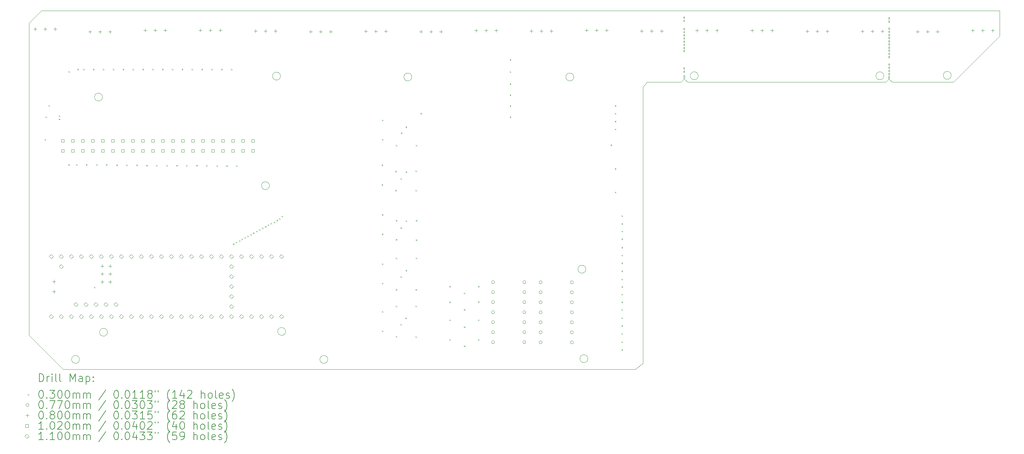
<source format=gbr>
%TF.GenerationSoftware,KiCad,Pcbnew,8.0.3-1.fc40*%
%TF.CreationDate,2024-06-20T13:52:43-04:00*%
%TF.ProjectId,sensor_bar_unified_muxing_1,73656e73-6f72-45f6-9261-725f756e6966,rev?*%
%TF.SameCoordinates,Original*%
%TF.FileFunction,Drillmap*%
%TF.FilePolarity,Positive*%
%FSLAX45Y45*%
G04 Gerber Fmt 4.5, Leading zero omitted, Abs format (unit mm)*
G04 Created by KiCad (PCBNEW 8.0.3-1.fc40) date 2024-06-20 13:52:43*
%MOMM*%
%LPD*%
G01*
G04 APERTURE LIST*
%ADD10C,0.050000*%
%ADD11C,0.200000*%
%ADD12C,0.100000*%
%ADD13C,0.102000*%
%ADD14C,0.110000*%
G04 APERTURE END LIST*
D10*
X4250000Y-3510000D02*
G75*
G02*
X4050000Y-3510000I-100000J0D01*
G01*
X4050000Y-3510000D02*
G75*
G02*
X4250000Y-3510000I100000J0D01*
G01*
X16210000Y-3000000D02*
G75*
G02*
X16010000Y-3000000I-100000J0D01*
G01*
X16010000Y-3000000D02*
G75*
G02*
X16210000Y-3000000I100000J0D01*
G01*
X19020000Y-2120000D02*
X19000000Y-2120000D01*
X19000000Y-2080000D01*
X19020000Y-2080000D01*
X19020000Y-2120000D01*
X24220000Y-1610000D02*
X24200000Y-1610000D01*
X24200000Y-1570000D01*
X24220000Y-1570000D01*
X24220000Y-1610000D01*
X19020000Y-2880000D02*
X19000000Y-2880000D01*
X19000000Y-2840000D01*
X19020000Y-2840000D01*
X19020000Y-2880000D01*
X19020000Y-2360000D02*
X19000000Y-2360000D01*
X19000000Y-2320000D01*
X19020000Y-2320000D01*
X19020000Y-2360000D01*
X25788000Y-2958500D02*
G75*
G02*
X25588000Y-2958500I-100000J0D01*
G01*
X25588000Y-2958500D02*
G75*
G02*
X25788000Y-2958500I100000J0D01*
G01*
X24220000Y-2510000D02*
X24200000Y-2510000D01*
X24200000Y-2470000D01*
X24220000Y-2470000D01*
X24220000Y-2510000D01*
X19020000Y-1510000D02*
X19000000Y-1510000D01*
X19000000Y-1470000D01*
X19020000Y-1470000D01*
X19020000Y-1510000D01*
X24220000Y-2700000D02*
X24200000Y-2700000D01*
X24200000Y-2660000D01*
X24220000Y-2660000D01*
X24220000Y-2700000D01*
X27018000Y-1958500D02*
X25848000Y-3128500D01*
X24288000Y-3128500D01*
X24218000Y-3058500D01*
X24218000Y-2978500D01*
X24198000Y-2978500D01*
X24198000Y-3058500D01*
X24128000Y-3128500D01*
X19098000Y-3128500D01*
X19028000Y-3058500D01*
X19028000Y-2958500D01*
X18998000Y-2958500D01*
X18998000Y-3058500D01*
X18928000Y-3128500D01*
X18068000Y-3128500D01*
X17968000Y-3266679D01*
X17968000Y-7568500D01*
X17967354Y-8627854D01*
X17967221Y-10268500D01*
X17768000Y-10418500D01*
X16578000Y-10418500D01*
X3248000Y-10418500D01*
X2388000Y-9558500D01*
X2388000Y-1628500D01*
X2698000Y-1318500D01*
X27018000Y-1318500D01*
X27018000Y-1958500D01*
X4378000Y-9478500D02*
G75*
G02*
X4178000Y-9478500I-100000J0D01*
G01*
X4178000Y-9478500D02*
G75*
G02*
X4378000Y-9478500I100000J0D01*
G01*
X16518000Y-7878500D02*
G75*
G02*
X16318000Y-7878500I-100000J0D01*
G01*
X16318000Y-7878500D02*
G75*
G02*
X16518000Y-7878500I100000J0D01*
G01*
X24220000Y-2110000D02*
X24200000Y-2110000D01*
X24200000Y-2070000D01*
X24220000Y-2070000D01*
X24220000Y-2110000D01*
X19020000Y-2800000D02*
X19000000Y-2800000D01*
X19000000Y-2760000D01*
X19020000Y-2760000D01*
X19020000Y-2800000D01*
X24220000Y-2190000D02*
X24200000Y-2190000D01*
X24200000Y-2150000D01*
X24220000Y-2150000D01*
X24220000Y-2190000D01*
X24220000Y-1790000D02*
X24200000Y-1790000D01*
X24200000Y-1750000D01*
X24220000Y-1750000D01*
X24220000Y-1790000D01*
X19020000Y-2200000D02*
X19000000Y-2200000D01*
X19000000Y-2160000D01*
X19020000Y-2160000D01*
X19020000Y-2200000D01*
X24220000Y-2270000D02*
X24200000Y-2270000D01*
X24200000Y-2230000D01*
X24220000Y-2230000D01*
X24220000Y-2270000D01*
X19020000Y-1800000D02*
X19000000Y-1800000D01*
X19000000Y-1760000D01*
X19020000Y-1760000D01*
X19020000Y-1800000D01*
X16568000Y-10148500D02*
G75*
G02*
X16368000Y-10148500I-100000J0D01*
G01*
X16368000Y-10148500D02*
G75*
G02*
X16568000Y-10148500I100000J0D01*
G01*
X19020000Y-1590000D02*
X19000000Y-1590000D01*
X19000000Y-1550000D01*
X19020000Y-1550000D01*
X19020000Y-1590000D01*
X24220000Y-2030000D02*
X24200000Y-2030000D01*
X24200000Y-1990000D01*
X24220000Y-1990000D01*
X24220000Y-2030000D01*
X24220000Y-2430000D02*
X24200000Y-2430000D01*
X24200000Y-2390000D01*
X24220000Y-2390000D01*
X24220000Y-2430000D01*
X24220000Y-2780000D02*
X24200000Y-2780000D01*
X24200000Y-2740000D01*
X24220000Y-2740000D01*
X24220000Y-2780000D01*
X8488000Y-5758500D02*
G75*
G02*
X8288000Y-5758500I-100000J0D01*
G01*
X8288000Y-5758500D02*
G75*
G02*
X8488000Y-5758500I100000J0D01*
G01*
X3668000Y-10168500D02*
G75*
G02*
X3468000Y-10168500I-100000J0D01*
G01*
X3468000Y-10168500D02*
G75*
G02*
X3668000Y-10168500I100000J0D01*
G01*
X19020000Y-1880000D02*
X19000000Y-1880000D01*
X19000000Y-1840000D01*
X19020000Y-1840000D01*
X19020000Y-1880000D01*
X19368000Y-2968500D02*
G75*
G02*
X19168000Y-2968500I-100000J0D01*
G01*
X19168000Y-2968500D02*
G75*
G02*
X19368000Y-2968500I100000J0D01*
G01*
X8898000Y-9458500D02*
G75*
G02*
X8698000Y-9458500I-100000J0D01*
G01*
X8698000Y-9458500D02*
G75*
G02*
X8898000Y-9458500I100000J0D01*
G01*
X24220000Y-1870000D02*
X24200000Y-1870000D01*
X24200000Y-1830000D01*
X24220000Y-1830000D01*
X24220000Y-1870000D01*
X19020000Y-2280000D02*
X19000000Y-2280000D01*
X19000000Y-2240000D01*
X19020000Y-2240000D01*
X19020000Y-2280000D01*
X24078000Y-2968500D02*
G75*
G02*
X23878000Y-2968500I-100000J0D01*
G01*
X23878000Y-2968500D02*
G75*
G02*
X24078000Y-2968500I100000J0D01*
G01*
X19020000Y-1960000D02*
X19000000Y-1960000D01*
X19000000Y-1920000D01*
X19020000Y-1920000D01*
X19020000Y-1960000D01*
X12100000Y-3000000D02*
G75*
G02*
X11900000Y-3000000I-100000J0D01*
G01*
X11900000Y-3000000D02*
G75*
G02*
X12100000Y-3000000I100000J0D01*
G01*
X24220000Y-2350000D02*
X24200000Y-2350000D01*
X24200000Y-2310000D01*
X24220000Y-2310000D01*
X24220000Y-2350000D01*
X19020000Y-2040000D02*
X19000000Y-2040000D01*
X19000000Y-2000000D01*
X19020000Y-2000000D01*
X19020000Y-2040000D01*
X24220000Y-1530000D02*
X24200000Y-1530000D01*
X24200000Y-1490000D01*
X24220000Y-1490000D01*
X24220000Y-1530000D01*
X9968000Y-10168500D02*
G75*
G02*
X9768000Y-10168500I-100000J0D01*
G01*
X9768000Y-10168500D02*
G75*
G02*
X9968000Y-10168500I100000J0D01*
G01*
X24220000Y-2940000D02*
X24200000Y-2940000D01*
X24200000Y-2900000D01*
X24220000Y-2900000D01*
X24220000Y-2940000D01*
X24220000Y-1950000D02*
X24200000Y-1950000D01*
X24200000Y-1910000D01*
X24220000Y-1910000D01*
X24220000Y-1950000D01*
X24220000Y-2860000D02*
X24200000Y-2860000D01*
X24200000Y-2820000D01*
X24220000Y-2820000D01*
X24220000Y-2860000D01*
X8768000Y-2978500D02*
G75*
G02*
X8568000Y-2978500I-100000J0D01*
G01*
X8568000Y-2978500D02*
G75*
G02*
X8768000Y-2978500I100000J0D01*
G01*
D11*
D12*
X2785000Y-4575000D02*
X2815000Y-4605000D01*
X2815000Y-4575000D02*
X2785000Y-4605000D01*
X2805000Y-4005000D02*
X2835000Y-4035000D01*
X2835000Y-4005000D02*
X2805000Y-4035000D01*
X2880985Y-3716338D02*
X2910985Y-3746338D01*
X2910985Y-3716338D02*
X2880985Y-3746338D01*
X3142323Y-3977676D02*
X3172323Y-4007676D01*
X3172323Y-3977676D02*
X3142323Y-4007676D01*
X3145091Y-4057629D02*
X3175091Y-4087629D01*
X3175091Y-4057629D02*
X3145091Y-4087629D01*
X3383000Y-5213500D02*
X3413000Y-5243500D01*
X3413000Y-5213500D02*
X3383000Y-5243500D01*
X3387500Y-2853500D02*
X3417500Y-2883500D01*
X3417500Y-2853500D02*
X3387500Y-2883500D01*
X3583000Y-5213500D02*
X3613000Y-5243500D01*
X3613000Y-5213500D02*
X3583000Y-5243500D01*
X3613000Y-2793500D02*
X3643000Y-2823500D01*
X3643000Y-2793500D02*
X3613000Y-2823500D01*
X3763000Y-2793500D02*
X3793000Y-2823500D01*
X3793000Y-2793500D02*
X3763000Y-2823500D01*
X3833000Y-5213500D02*
X3863000Y-5243500D01*
X3863000Y-5213500D02*
X3833000Y-5243500D01*
X4013000Y-2793500D02*
X4043000Y-2823500D01*
X4043000Y-2793500D02*
X4013000Y-2823500D01*
X4035000Y-8325000D02*
X4065000Y-8355000D01*
X4065000Y-8325000D02*
X4035000Y-8355000D01*
X4093000Y-5213500D02*
X4123000Y-5243500D01*
X4123000Y-5213500D02*
X4093000Y-5243500D01*
X4263000Y-2793500D02*
X4293000Y-2823500D01*
X4293000Y-2793500D02*
X4263000Y-2823500D01*
X4343000Y-5213500D02*
X4373000Y-5243500D01*
X4373000Y-5213500D02*
X4343000Y-5243500D01*
X4513000Y-2793500D02*
X4543000Y-2823500D01*
X4543000Y-2793500D02*
X4513000Y-2823500D01*
X4603000Y-5223500D02*
X4633000Y-5253500D01*
X4633000Y-5223500D02*
X4603000Y-5253500D01*
X4763000Y-2793500D02*
X4793000Y-2823500D01*
X4793000Y-2793500D02*
X4763000Y-2823500D01*
X4853000Y-5223500D02*
X4883000Y-5253500D01*
X4883000Y-5223500D02*
X4853000Y-5253500D01*
X5013000Y-2793500D02*
X5043000Y-2823500D01*
X5043000Y-2793500D02*
X5013000Y-2823500D01*
X5113000Y-5223500D02*
X5143000Y-5253500D01*
X5143000Y-5223500D02*
X5113000Y-5253500D01*
X5263000Y-2793500D02*
X5293000Y-2823500D01*
X5293000Y-2793500D02*
X5263000Y-2823500D01*
X5363000Y-5233500D02*
X5393000Y-5263500D01*
X5393000Y-5233500D02*
X5363000Y-5263500D01*
X5513000Y-2793500D02*
X5543000Y-2823500D01*
X5543000Y-2793500D02*
X5513000Y-2823500D01*
X5613000Y-5233500D02*
X5643000Y-5263500D01*
X5643000Y-5233500D02*
X5613000Y-5263500D01*
X5763000Y-2793500D02*
X5793000Y-2823500D01*
X5793000Y-2793500D02*
X5763000Y-2823500D01*
X5873000Y-5233500D02*
X5903000Y-5263500D01*
X5903000Y-5233500D02*
X5873000Y-5263500D01*
X6013000Y-2793500D02*
X6043000Y-2823500D01*
X6043000Y-2793500D02*
X6013000Y-2823500D01*
X6123000Y-5233500D02*
X6153000Y-5263500D01*
X6153000Y-5233500D02*
X6123000Y-5263500D01*
X6263000Y-2793500D02*
X6293000Y-2823500D01*
X6293000Y-2793500D02*
X6263000Y-2823500D01*
X6373000Y-5233500D02*
X6403000Y-5263500D01*
X6403000Y-5233500D02*
X6373000Y-5263500D01*
X6513000Y-2793500D02*
X6543000Y-2823500D01*
X6543000Y-2793500D02*
X6513000Y-2823500D01*
X6633000Y-5233500D02*
X6663000Y-5263500D01*
X6663000Y-5233500D02*
X6633000Y-5263500D01*
X6763000Y-2793500D02*
X6793000Y-2823500D01*
X6793000Y-2793500D02*
X6763000Y-2823500D01*
X6883000Y-5233500D02*
X6913000Y-5263500D01*
X6913000Y-5233500D02*
X6883000Y-5263500D01*
X7013000Y-2793500D02*
X7043000Y-2823500D01*
X7043000Y-2793500D02*
X7013000Y-2823500D01*
X7143000Y-5243500D02*
X7173000Y-5273500D01*
X7173000Y-5243500D02*
X7143000Y-5273500D01*
X7263000Y-2793500D02*
X7293000Y-2823500D01*
X7293000Y-2793500D02*
X7263000Y-2823500D01*
X7393000Y-5243500D02*
X7423000Y-5273500D01*
X7423000Y-5243500D02*
X7393000Y-5273500D01*
X7513000Y-2793500D02*
X7543000Y-2823500D01*
X7543000Y-2793500D02*
X7513000Y-2823500D01*
X7563000Y-7223500D02*
X7593000Y-7253500D01*
X7593000Y-7223500D02*
X7563000Y-7253500D01*
X7633432Y-7183500D02*
X7663432Y-7213500D01*
X7663432Y-7183500D02*
X7633432Y-7213500D01*
X7643000Y-5243500D02*
X7673000Y-5273500D01*
X7673000Y-5243500D02*
X7643000Y-5273500D01*
X7713000Y-7143500D02*
X7743000Y-7173500D01*
X7743000Y-7143500D02*
X7713000Y-7173500D01*
X7783000Y-7103500D02*
X7813000Y-7133500D01*
X7813000Y-7103500D02*
X7783000Y-7133500D01*
X7856085Y-7063500D02*
X7886085Y-7093500D01*
X7886085Y-7063500D02*
X7856085Y-7093500D01*
X7926085Y-7023500D02*
X7956085Y-7053500D01*
X7956085Y-7023500D02*
X7926085Y-7053500D01*
X8006024Y-6988200D02*
X8036024Y-7018200D01*
X8036024Y-6988200D02*
X8006024Y-7018200D01*
X8072371Y-6943500D02*
X8102371Y-6973500D01*
X8102371Y-6943500D02*
X8072371Y-6973500D01*
X8149567Y-6903500D02*
X8179567Y-6933500D01*
X8179567Y-6903500D02*
X8149567Y-6933500D01*
X8224056Y-6863500D02*
X8254056Y-6893500D01*
X8254056Y-6863500D02*
X8224056Y-6893500D01*
X8297885Y-6823500D02*
X8327885Y-6853500D01*
X8327885Y-6823500D02*
X8297885Y-6853500D01*
X8377886Y-6783500D02*
X8407886Y-6813500D01*
X8407886Y-6783500D02*
X8377886Y-6813500D01*
X8448231Y-6743500D02*
X8478231Y-6773500D01*
X8478231Y-6743500D02*
X8448231Y-6773500D01*
X8521465Y-6703500D02*
X8551465Y-6733500D01*
X8551465Y-6703500D02*
X8521465Y-6733500D01*
X8599950Y-6673826D02*
X8629950Y-6703826D01*
X8629950Y-6673826D02*
X8599950Y-6703826D01*
X8666728Y-6629772D02*
X8696728Y-6659772D01*
X8696728Y-6629772D02*
X8666728Y-6659772D01*
X8733000Y-6583500D02*
X8763000Y-6613500D01*
X8763000Y-6583500D02*
X8733000Y-6613500D01*
X8793000Y-6523500D02*
X8823000Y-6553500D01*
X8823000Y-6523500D02*
X8793000Y-6553500D01*
X11333000Y-5223500D02*
X11363000Y-5253500D01*
X11363000Y-5223500D02*
X11333000Y-5253500D01*
X11333000Y-5723500D02*
X11363000Y-5753500D01*
X11363000Y-5723500D02*
X11333000Y-5753500D01*
X11343000Y-4083500D02*
X11373000Y-4113500D01*
X11373000Y-4083500D02*
X11343000Y-4113500D01*
X11343000Y-4573500D02*
X11373000Y-4603500D01*
X11373000Y-4573500D02*
X11343000Y-4603500D01*
X11343000Y-6483500D02*
X11373000Y-6513500D01*
X11373000Y-6483500D02*
X11343000Y-6513500D01*
X11343000Y-6973500D02*
X11373000Y-7003500D01*
X11373000Y-6973500D02*
X11343000Y-7003500D01*
X11343000Y-7733500D02*
X11373000Y-7763500D01*
X11373000Y-7733500D02*
X11343000Y-7763500D01*
X11343000Y-8223500D02*
X11373000Y-8253500D01*
X11373000Y-8223500D02*
X11343000Y-8253500D01*
X11343000Y-8943500D02*
X11373000Y-8973500D01*
X11373000Y-8943500D02*
X11343000Y-8973500D01*
X11343000Y-9433500D02*
X11373000Y-9463500D01*
X11373000Y-9433500D02*
X11343000Y-9463500D01*
X11683000Y-5383500D02*
X11713000Y-5413500D01*
X11713000Y-5383500D02*
X11683000Y-5413500D01*
X11683000Y-5863500D02*
X11713000Y-5893500D01*
X11713000Y-5863500D02*
X11683000Y-5893500D01*
X11693000Y-4723500D02*
X11723000Y-4753500D01*
X11723000Y-4723500D02*
X11693000Y-4753500D01*
X11693000Y-6633500D02*
X11723000Y-6663500D01*
X11723000Y-6633500D02*
X11693000Y-6663500D01*
X11693000Y-7113500D02*
X11723000Y-7143500D01*
X11723000Y-7113500D02*
X11693000Y-7143500D01*
X11693000Y-7583500D02*
X11723000Y-7613500D01*
X11723000Y-7583500D02*
X11693000Y-7613500D01*
X11693000Y-8383500D02*
X11723000Y-8413500D01*
X11723000Y-8383500D02*
X11693000Y-8413500D01*
X11693000Y-8803500D02*
X11723000Y-8833500D01*
X11723000Y-8803500D02*
X11693000Y-8833500D01*
X11693000Y-9573500D02*
X11723000Y-9603500D01*
X11723000Y-9573500D02*
X11693000Y-9603500D01*
X11815000Y-5568500D02*
X11845000Y-5598500D01*
X11845000Y-5568500D02*
X11815000Y-5598500D01*
X11815000Y-6818500D02*
X11845000Y-6848500D01*
X11845000Y-6818500D02*
X11815000Y-6848500D01*
X11815000Y-8058500D02*
X11845000Y-8088500D01*
X11845000Y-8058500D02*
X11815000Y-8088500D01*
X11815000Y-9268500D02*
X11845000Y-9298500D01*
X11845000Y-9268500D02*
X11815000Y-9298500D01*
X11825000Y-4408500D02*
X11855000Y-4438500D01*
X11855000Y-4408500D02*
X11825000Y-4438500D01*
X11935000Y-9108500D02*
X11965000Y-9138500D01*
X11965000Y-9108500D02*
X11935000Y-9138500D01*
X11945000Y-4258500D02*
X11975000Y-4288500D01*
X11975000Y-4258500D02*
X11945000Y-4288500D01*
X11945000Y-5398500D02*
X11975000Y-5428500D01*
X11975000Y-5398500D02*
X11945000Y-5428500D01*
X11945000Y-6638500D02*
X11975000Y-6668500D01*
X11975000Y-6638500D02*
X11945000Y-6668500D01*
X11945000Y-7898500D02*
X11975000Y-7928500D01*
X11975000Y-7898500D02*
X11945000Y-7928500D01*
X12193000Y-5373500D02*
X12223000Y-5403500D01*
X12223000Y-5373500D02*
X12193000Y-5403500D01*
X12193000Y-5863500D02*
X12223000Y-5893500D01*
X12223000Y-5863500D02*
X12193000Y-5893500D01*
X12193000Y-8383500D02*
X12223000Y-8413500D01*
X12223000Y-8383500D02*
X12193000Y-8413500D01*
X12193000Y-8803500D02*
X12223000Y-8833500D01*
X12223000Y-8803500D02*
X12193000Y-8833500D01*
X12193000Y-9583500D02*
X12223000Y-9613500D01*
X12223000Y-9583500D02*
X12193000Y-9613500D01*
X12203000Y-4723500D02*
X12233000Y-4753500D01*
X12233000Y-4723500D02*
X12203000Y-4753500D01*
X12203000Y-6633500D02*
X12233000Y-6663500D01*
X12233000Y-6633500D02*
X12203000Y-6663500D01*
X12203000Y-7123500D02*
X12233000Y-7153500D01*
X12233000Y-7123500D02*
X12203000Y-7153500D01*
X12203000Y-7583500D02*
X12233000Y-7613500D01*
X12233000Y-7583500D02*
X12203000Y-7613500D01*
X12323000Y-3913500D02*
X12353000Y-3943500D01*
X12353000Y-3913500D02*
X12323000Y-3943500D01*
X13053000Y-8303500D02*
X13083000Y-8333500D01*
X13083000Y-8303500D02*
X13053000Y-8333500D01*
X13053000Y-8703500D02*
X13083000Y-8733500D01*
X13083000Y-8703500D02*
X13053000Y-8733500D01*
X13053000Y-9153500D02*
X13083000Y-9183500D01*
X13083000Y-9153500D02*
X13053000Y-9183500D01*
X13053000Y-9653500D02*
X13083000Y-9683500D01*
X13083000Y-9653500D02*
X13053000Y-9683500D01*
X13423000Y-8473500D02*
X13453000Y-8503500D01*
X13453000Y-8473500D02*
X13423000Y-8503500D01*
X13423000Y-8893500D02*
X13453000Y-8923500D01*
X13453000Y-8893500D02*
X13423000Y-8923500D01*
X13423000Y-9333500D02*
X13453000Y-9363500D01*
X13453000Y-9333500D02*
X13423000Y-9363500D01*
X13423000Y-9813500D02*
X13453000Y-9843500D01*
X13453000Y-9813500D02*
X13423000Y-9843500D01*
X13783000Y-8303500D02*
X13813000Y-8333500D01*
X13813000Y-8303500D02*
X13783000Y-8333500D01*
X13783000Y-8693500D02*
X13813000Y-8723500D01*
X13813000Y-8693500D02*
X13783000Y-8723500D01*
X13783000Y-9153500D02*
X13813000Y-9183500D01*
X13813000Y-9153500D02*
X13783000Y-9183500D01*
X13783000Y-9653500D02*
X13813000Y-9683500D01*
X13813000Y-9653500D02*
X13783000Y-9683500D01*
X14585000Y-2545000D02*
X14615000Y-2575000D01*
X14615000Y-2545000D02*
X14585000Y-2575000D01*
X14585000Y-2855000D02*
X14615000Y-2885000D01*
X14615000Y-2855000D02*
X14585000Y-2885000D01*
X14585000Y-3165000D02*
X14615000Y-3195000D01*
X14615000Y-3165000D02*
X14585000Y-3195000D01*
X14585000Y-3445000D02*
X14615000Y-3475000D01*
X14615000Y-3445000D02*
X14585000Y-3475000D01*
X14585000Y-3725000D02*
X14615000Y-3755000D01*
X14615000Y-3725000D02*
X14585000Y-3755000D01*
X14585000Y-4005000D02*
X14615000Y-4035000D01*
X14615000Y-4005000D02*
X14585000Y-4035000D01*
X17143000Y-4713500D02*
X17173000Y-4743500D01*
X17173000Y-4713500D02*
X17143000Y-4743500D01*
X17253000Y-3713500D02*
X17283000Y-3743500D01*
X17283000Y-3713500D02*
X17253000Y-3743500D01*
X17253000Y-3913500D02*
X17283000Y-3943500D01*
X17283000Y-3913500D02*
X17253000Y-3943500D01*
X17253000Y-4113500D02*
X17283000Y-4143500D01*
X17283000Y-4113500D02*
X17253000Y-4143500D01*
X17253000Y-4313500D02*
X17283000Y-4343500D01*
X17283000Y-4313500D02*
X17253000Y-4343500D01*
X17253000Y-5313500D02*
X17283000Y-5343500D01*
X17283000Y-5313500D02*
X17253000Y-5343500D01*
X17253000Y-5913500D02*
X17283000Y-5943500D01*
X17283000Y-5913500D02*
X17253000Y-5943500D01*
X17423000Y-6513500D02*
X17453000Y-6543500D01*
X17453000Y-6513500D02*
X17423000Y-6543500D01*
X17423000Y-6713500D02*
X17453000Y-6743500D01*
X17453000Y-6713500D02*
X17423000Y-6743500D01*
X17423000Y-6903500D02*
X17453000Y-6933500D01*
X17453000Y-6903500D02*
X17423000Y-6933500D01*
X17423000Y-7103500D02*
X17453000Y-7133500D01*
X17453000Y-7103500D02*
X17423000Y-7133500D01*
X17423000Y-7313500D02*
X17453000Y-7343500D01*
X17453000Y-7313500D02*
X17423000Y-7343500D01*
X17423000Y-7513500D02*
X17453000Y-7543500D01*
X17453000Y-7513500D02*
X17423000Y-7543500D01*
X17423000Y-7713500D02*
X17453000Y-7743500D01*
X17453000Y-7713500D02*
X17423000Y-7743500D01*
X17423000Y-7913500D02*
X17453000Y-7943500D01*
X17453000Y-7913500D02*
X17423000Y-7943500D01*
X17423000Y-8123500D02*
X17453000Y-8153500D01*
X17453000Y-8123500D02*
X17423000Y-8153500D01*
X17423000Y-8313500D02*
X17453000Y-8343500D01*
X17453000Y-8313500D02*
X17423000Y-8343500D01*
X17423000Y-8503500D02*
X17453000Y-8533500D01*
X17453000Y-8503500D02*
X17423000Y-8533500D01*
X17423000Y-8703500D02*
X17453000Y-8733500D01*
X17453000Y-8703500D02*
X17423000Y-8733500D01*
X17423000Y-8893500D02*
X17453000Y-8923500D01*
X17453000Y-8893500D02*
X17423000Y-8923500D01*
X17423000Y-9103500D02*
X17453000Y-9133500D01*
X17453000Y-9103500D02*
X17423000Y-9133500D01*
X17423000Y-9303500D02*
X17453000Y-9333500D01*
X17453000Y-9303500D02*
X17423000Y-9333500D01*
X17423000Y-9503500D02*
X17453000Y-9533500D01*
X17453000Y-9503500D02*
X17423000Y-9533500D01*
X17423000Y-9713500D02*
X17453000Y-9743500D01*
X17453000Y-9713500D02*
X17423000Y-9743500D01*
X17423000Y-9913500D02*
X17453000Y-9943500D01*
X17453000Y-9913500D02*
X17423000Y-9943500D01*
X14200500Y-8206500D02*
G75*
G02*
X14123500Y-8206500I-38500J0D01*
G01*
X14123500Y-8206500D02*
G75*
G02*
X14200500Y-8206500I38500J0D01*
G01*
X14200500Y-8460500D02*
G75*
G02*
X14123500Y-8460500I-38500J0D01*
G01*
X14123500Y-8460500D02*
G75*
G02*
X14200500Y-8460500I38500J0D01*
G01*
X14200500Y-8714500D02*
G75*
G02*
X14123500Y-8714500I-38500J0D01*
G01*
X14123500Y-8714500D02*
G75*
G02*
X14200500Y-8714500I38500J0D01*
G01*
X14200500Y-8968500D02*
G75*
G02*
X14123500Y-8968500I-38500J0D01*
G01*
X14123500Y-8968500D02*
G75*
G02*
X14200500Y-8968500I38500J0D01*
G01*
X14200500Y-9222500D02*
G75*
G02*
X14123500Y-9222500I-38500J0D01*
G01*
X14123500Y-9222500D02*
G75*
G02*
X14200500Y-9222500I38500J0D01*
G01*
X14200500Y-9476500D02*
G75*
G02*
X14123500Y-9476500I-38500J0D01*
G01*
X14123500Y-9476500D02*
G75*
G02*
X14200500Y-9476500I38500J0D01*
G01*
X14200500Y-9730500D02*
G75*
G02*
X14123500Y-9730500I-38500J0D01*
G01*
X14123500Y-9730500D02*
G75*
G02*
X14200500Y-9730500I38500J0D01*
G01*
X14994500Y-8206500D02*
G75*
G02*
X14917500Y-8206500I-38500J0D01*
G01*
X14917500Y-8206500D02*
G75*
G02*
X14994500Y-8206500I38500J0D01*
G01*
X14994500Y-8460500D02*
G75*
G02*
X14917500Y-8460500I-38500J0D01*
G01*
X14917500Y-8460500D02*
G75*
G02*
X14994500Y-8460500I38500J0D01*
G01*
X14994500Y-8714500D02*
G75*
G02*
X14917500Y-8714500I-38500J0D01*
G01*
X14917500Y-8714500D02*
G75*
G02*
X14994500Y-8714500I38500J0D01*
G01*
X14994500Y-8968500D02*
G75*
G02*
X14917500Y-8968500I-38500J0D01*
G01*
X14917500Y-8968500D02*
G75*
G02*
X14994500Y-8968500I38500J0D01*
G01*
X14994500Y-9222500D02*
G75*
G02*
X14917500Y-9222500I-38500J0D01*
G01*
X14917500Y-9222500D02*
G75*
G02*
X14994500Y-9222500I38500J0D01*
G01*
X14994500Y-9476500D02*
G75*
G02*
X14917500Y-9476500I-38500J0D01*
G01*
X14917500Y-9476500D02*
G75*
G02*
X14994500Y-9476500I38500J0D01*
G01*
X14994500Y-9730500D02*
G75*
G02*
X14917500Y-9730500I-38500J0D01*
G01*
X14917500Y-9730500D02*
G75*
G02*
X14994500Y-9730500I38500J0D01*
G01*
X15406500Y-8210500D02*
G75*
G02*
X15329500Y-8210500I-38500J0D01*
G01*
X15329500Y-8210500D02*
G75*
G02*
X15406500Y-8210500I38500J0D01*
G01*
X15406500Y-8464500D02*
G75*
G02*
X15329500Y-8464500I-38500J0D01*
G01*
X15329500Y-8464500D02*
G75*
G02*
X15406500Y-8464500I38500J0D01*
G01*
X15406500Y-8718500D02*
G75*
G02*
X15329500Y-8718500I-38500J0D01*
G01*
X15329500Y-8718500D02*
G75*
G02*
X15406500Y-8718500I38500J0D01*
G01*
X15406500Y-8972500D02*
G75*
G02*
X15329500Y-8972500I-38500J0D01*
G01*
X15329500Y-8972500D02*
G75*
G02*
X15406500Y-8972500I38500J0D01*
G01*
X15406500Y-9226500D02*
G75*
G02*
X15329500Y-9226500I-38500J0D01*
G01*
X15329500Y-9226500D02*
G75*
G02*
X15406500Y-9226500I38500J0D01*
G01*
X15406500Y-9480500D02*
G75*
G02*
X15329500Y-9480500I-38500J0D01*
G01*
X15329500Y-9480500D02*
G75*
G02*
X15406500Y-9480500I38500J0D01*
G01*
X15406500Y-9734500D02*
G75*
G02*
X15329500Y-9734500I-38500J0D01*
G01*
X15329500Y-9734500D02*
G75*
G02*
X15406500Y-9734500I38500J0D01*
G01*
X16200500Y-8210500D02*
G75*
G02*
X16123500Y-8210500I-38500J0D01*
G01*
X16123500Y-8210500D02*
G75*
G02*
X16200500Y-8210500I38500J0D01*
G01*
X16200500Y-8464500D02*
G75*
G02*
X16123500Y-8464500I-38500J0D01*
G01*
X16123500Y-8464500D02*
G75*
G02*
X16200500Y-8464500I38500J0D01*
G01*
X16200500Y-8718500D02*
G75*
G02*
X16123500Y-8718500I-38500J0D01*
G01*
X16123500Y-8718500D02*
G75*
G02*
X16200500Y-8718500I38500J0D01*
G01*
X16200500Y-8972500D02*
G75*
G02*
X16123500Y-8972500I-38500J0D01*
G01*
X16123500Y-8972500D02*
G75*
G02*
X16200500Y-8972500I38500J0D01*
G01*
X16200500Y-9226500D02*
G75*
G02*
X16123500Y-9226500I-38500J0D01*
G01*
X16123500Y-9226500D02*
G75*
G02*
X16200500Y-9226500I38500J0D01*
G01*
X16200500Y-9480500D02*
G75*
G02*
X16123500Y-9480500I-38500J0D01*
G01*
X16123500Y-9480500D02*
G75*
G02*
X16200500Y-9480500I38500J0D01*
G01*
X16200500Y-9734500D02*
G75*
G02*
X16123500Y-9734500I-38500J0D01*
G01*
X16123500Y-9734500D02*
G75*
G02*
X16200500Y-9734500I38500J0D01*
G01*
X2544000Y-1744500D02*
X2544000Y-1824500D01*
X2504000Y-1784500D02*
X2584000Y-1784500D01*
X2798000Y-1744500D02*
X2798000Y-1824500D01*
X2758000Y-1784500D02*
X2838000Y-1784500D01*
X3020000Y-8151500D02*
X3020000Y-8231500D01*
X2980000Y-8191500D02*
X3060000Y-8191500D01*
X3020000Y-8405500D02*
X3020000Y-8485500D01*
X2980000Y-8445500D02*
X3060000Y-8445500D01*
X3052000Y-1744500D02*
X3052000Y-1824500D01*
X3012000Y-1784500D02*
X3092000Y-1784500D01*
X3934000Y-1814500D02*
X3934000Y-1894500D01*
X3894000Y-1854500D02*
X3974000Y-1854500D01*
X4188000Y-1814500D02*
X4188000Y-1894500D01*
X4148000Y-1854500D02*
X4228000Y-1854500D01*
X4244000Y-7760340D02*
X4244000Y-7840340D01*
X4204000Y-7800340D02*
X4284000Y-7800340D01*
X4244000Y-7960340D02*
X4244000Y-8040340D01*
X4204000Y-8000340D02*
X4284000Y-8000340D01*
X4244000Y-8160340D02*
X4244000Y-8240340D01*
X4204000Y-8200340D02*
X4284000Y-8200340D01*
X4442000Y-1814500D02*
X4442000Y-1894500D01*
X4402000Y-1854500D02*
X4482000Y-1854500D01*
X4444000Y-7760340D02*
X4444000Y-7840340D01*
X4404000Y-7800340D02*
X4484000Y-7800340D01*
X4444000Y-7960340D02*
X4444000Y-8040340D01*
X4404000Y-8000340D02*
X4484000Y-8000340D01*
X4444000Y-8160340D02*
X4444000Y-8240340D01*
X4404000Y-8200340D02*
X4484000Y-8200340D01*
X5334000Y-1774500D02*
X5334000Y-1854500D01*
X5294000Y-1814500D02*
X5374000Y-1814500D01*
X5588000Y-1774500D02*
X5588000Y-1854500D01*
X5548000Y-1814500D02*
X5628000Y-1814500D01*
X5842000Y-1774500D02*
X5842000Y-1854500D01*
X5802000Y-1814500D02*
X5882000Y-1814500D01*
X6734000Y-1774500D02*
X6734000Y-1854500D01*
X6694000Y-1814500D02*
X6774000Y-1814500D01*
X6988000Y-1774500D02*
X6988000Y-1854500D01*
X6948000Y-1814500D02*
X7028000Y-1814500D01*
X7242000Y-1774500D02*
X7242000Y-1854500D01*
X7202000Y-1814500D02*
X7282000Y-1814500D01*
X8134000Y-1794500D02*
X8134000Y-1874500D01*
X8094000Y-1834500D02*
X8174000Y-1834500D01*
X8388000Y-1794500D02*
X8388000Y-1874500D01*
X8348000Y-1834500D02*
X8428000Y-1834500D01*
X8642000Y-1794500D02*
X8642000Y-1874500D01*
X8602000Y-1834500D02*
X8682000Y-1834500D01*
X9534000Y-1808500D02*
X9534000Y-1888500D01*
X9494000Y-1848500D02*
X9574000Y-1848500D01*
X9788000Y-1808500D02*
X9788000Y-1888500D01*
X9748000Y-1848500D02*
X9828000Y-1848500D01*
X10042000Y-1808500D02*
X10042000Y-1888500D01*
X10002000Y-1848500D02*
X10082000Y-1848500D01*
X10934000Y-1798500D02*
X10934000Y-1878500D01*
X10894000Y-1838500D02*
X10974000Y-1838500D01*
X11188000Y-1798500D02*
X11188000Y-1878500D01*
X11148000Y-1838500D02*
X11228000Y-1838500D01*
X11442000Y-1798500D02*
X11442000Y-1878500D01*
X11402000Y-1838500D02*
X11482000Y-1838500D01*
X12334000Y-1808500D02*
X12334000Y-1888500D01*
X12294000Y-1848500D02*
X12374000Y-1848500D01*
X12588000Y-1808500D02*
X12588000Y-1888500D01*
X12548000Y-1848500D02*
X12628000Y-1848500D01*
X12842000Y-1808500D02*
X12842000Y-1888500D01*
X12802000Y-1848500D02*
X12882000Y-1848500D01*
X13734000Y-1778500D02*
X13734000Y-1858500D01*
X13694000Y-1818500D02*
X13774000Y-1818500D01*
X13988000Y-1778500D02*
X13988000Y-1858500D01*
X13948000Y-1818500D02*
X14028000Y-1818500D01*
X14242000Y-1778500D02*
X14242000Y-1858500D01*
X14202000Y-1818500D02*
X14282000Y-1818500D01*
X15134000Y-1794500D02*
X15134000Y-1874500D01*
X15094000Y-1834500D02*
X15174000Y-1834500D01*
X15388000Y-1794500D02*
X15388000Y-1874500D01*
X15348000Y-1834500D02*
X15428000Y-1834500D01*
X15642000Y-1794500D02*
X15642000Y-1874500D01*
X15602000Y-1834500D02*
X15682000Y-1834500D01*
X16534000Y-1774500D02*
X16534000Y-1854500D01*
X16494000Y-1814500D02*
X16574000Y-1814500D01*
X16788000Y-1774500D02*
X16788000Y-1854500D01*
X16748000Y-1814500D02*
X16828000Y-1814500D01*
X17042000Y-1774500D02*
X17042000Y-1854500D01*
X17002000Y-1814500D02*
X17082000Y-1814500D01*
X17934000Y-1794500D02*
X17934000Y-1874500D01*
X17894000Y-1834500D02*
X17974000Y-1834500D01*
X18188000Y-1794500D02*
X18188000Y-1874500D01*
X18148000Y-1834500D02*
X18228000Y-1834500D01*
X18442000Y-1794500D02*
X18442000Y-1874500D01*
X18402000Y-1834500D02*
X18482000Y-1834500D01*
X19334000Y-1778500D02*
X19334000Y-1858500D01*
X19294000Y-1818500D02*
X19374000Y-1818500D01*
X19588000Y-1778500D02*
X19588000Y-1858500D01*
X19548000Y-1818500D02*
X19628000Y-1818500D01*
X19842000Y-1778500D02*
X19842000Y-1858500D01*
X19802000Y-1818500D02*
X19882000Y-1818500D01*
X20734000Y-1778500D02*
X20734000Y-1858500D01*
X20694000Y-1818500D02*
X20774000Y-1818500D01*
X20988000Y-1778500D02*
X20988000Y-1858500D01*
X20948000Y-1818500D02*
X21028000Y-1818500D01*
X21242000Y-1778500D02*
X21242000Y-1858500D01*
X21202000Y-1818500D02*
X21282000Y-1818500D01*
X22134000Y-1798500D02*
X22134000Y-1878500D01*
X22094000Y-1838500D02*
X22174000Y-1838500D01*
X22388000Y-1798500D02*
X22388000Y-1878500D01*
X22348000Y-1838500D02*
X22428000Y-1838500D01*
X22642000Y-1798500D02*
X22642000Y-1878500D01*
X22602000Y-1838500D02*
X22682000Y-1838500D01*
X23534000Y-1798500D02*
X23534000Y-1878500D01*
X23494000Y-1838500D02*
X23574000Y-1838500D01*
X23788000Y-1798500D02*
X23788000Y-1878500D01*
X23748000Y-1838500D02*
X23828000Y-1838500D01*
X24042000Y-1798500D02*
X24042000Y-1878500D01*
X24002000Y-1838500D02*
X24082000Y-1838500D01*
X24934000Y-1808500D02*
X24934000Y-1888500D01*
X24894000Y-1848500D02*
X24974000Y-1848500D01*
X25188000Y-1808500D02*
X25188000Y-1888500D01*
X25148000Y-1848500D02*
X25228000Y-1848500D01*
X25442000Y-1808500D02*
X25442000Y-1888500D01*
X25402000Y-1848500D02*
X25482000Y-1848500D01*
X26334000Y-1778500D02*
X26334000Y-1858500D01*
X26294000Y-1818500D02*
X26374000Y-1818500D01*
X26588000Y-1778500D02*
X26588000Y-1858500D01*
X26548000Y-1818500D02*
X26628000Y-1818500D01*
X26842000Y-1778500D02*
X26842000Y-1858500D01*
X26802000Y-1818500D02*
X26882000Y-1818500D01*
D13*
X3280063Y-4654563D02*
X3280063Y-4582437D01*
X3207937Y-4582437D01*
X3207937Y-4654563D01*
X3280063Y-4654563D01*
X3280063Y-4908563D02*
X3280063Y-4836437D01*
X3207937Y-4836437D01*
X3207937Y-4908563D01*
X3280063Y-4908563D01*
X3534063Y-4654563D02*
X3534063Y-4582437D01*
X3461937Y-4582437D01*
X3461937Y-4654563D01*
X3534063Y-4654563D01*
X3534063Y-4908563D02*
X3534063Y-4836437D01*
X3461937Y-4836437D01*
X3461937Y-4908563D01*
X3534063Y-4908563D01*
X3788063Y-4654563D02*
X3788063Y-4582437D01*
X3715937Y-4582437D01*
X3715937Y-4654563D01*
X3788063Y-4654563D01*
X3788063Y-4908563D02*
X3788063Y-4836437D01*
X3715937Y-4836437D01*
X3715937Y-4908563D01*
X3788063Y-4908563D01*
X4042063Y-4654563D02*
X4042063Y-4582437D01*
X3969937Y-4582437D01*
X3969937Y-4654563D01*
X4042063Y-4654563D01*
X4042063Y-4908563D02*
X4042063Y-4836437D01*
X3969937Y-4836437D01*
X3969937Y-4908563D01*
X4042063Y-4908563D01*
X4296063Y-4654563D02*
X4296063Y-4582437D01*
X4223937Y-4582437D01*
X4223937Y-4654563D01*
X4296063Y-4654563D01*
X4296063Y-4908563D02*
X4296063Y-4836437D01*
X4223937Y-4836437D01*
X4223937Y-4908563D01*
X4296063Y-4908563D01*
X4550063Y-4654563D02*
X4550063Y-4582437D01*
X4477937Y-4582437D01*
X4477937Y-4654563D01*
X4550063Y-4654563D01*
X4550063Y-4908563D02*
X4550063Y-4836437D01*
X4477937Y-4836437D01*
X4477937Y-4908563D01*
X4550063Y-4908563D01*
X4804063Y-4654563D02*
X4804063Y-4582437D01*
X4731937Y-4582437D01*
X4731937Y-4654563D01*
X4804063Y-4654563D01*
X4804063Y-4908563D02*
X4804063Y-4836437D01*
X4731937Y-4836437D01*
X4731937Y-4908563D01*
X4804063Y-4908563D01*
X5058063Y-4654563D02*
X5058063Y-4582437D01*
X4985937Y-4582437D01*
X4985937Y-4654563D01*
X5058063Y-4654563D01*
X5058063Y-4908563D02*
X5058063Y-4836437D01*
X4985937Y-4836437D01*
X4985937Y-4908563D01*
X5058063Y-4908563D01*
X5312063Y-4654563D02*
X5312063Y-4582437D01*
X5239937Y-4582437D01*
X5239937Y-4654563D01*
X5312063Y-4654563D01*
X5312063Y-4908563D02*
X5312063Y-4836437D01*
X5239937Y-4836437D01*
X5239937Y-4908563D01*
X5312063Y-4908563D01*
X5566063Y-4654563D02*
X5566063Y-4582437D01*
X5493937Y-4582437D01*
X5493937Y-4654563D01*
X5566063Y-4654563D01*
X5566063Y-4908563D02*
X5566063Y-4836437D01*
X5493937Y-4836437D01*
X5493937Y-4908563D01*
X5566063Y-4908563D01*
X5820063Y-4654563D02*
X5820063Y-4582437D01*
X5747937Y-4582437D01*
X5747937Y-4654563D01*
X5820063Y-4654563D01*
X5820063Y-4908563D02*
X5820063Y-4836437D01*
X5747937Y-4836437D01*
X5747937Y-4908563D01*
X5820063Y-4908563D01*
X6074063Y-4654563D02*
X6074063Y-4582437D01*
X6001937Y-4582437D01*
X6001937Y-4654563D01*
X6074063Y-4654563D01*
X6074063Y-4908563D02*
X6074063Y-4836437D01*
X6001937Y-4836437D01*
X6001937Y-4908563D01*
X6074063Y-4908563D01*
X6328063Y-4654563D02*
X6328063Y-4582437D01*
X6255937Y-4582437D01*
X6255937Y-4654563D01*
X6328063Y-4654563D01*
X6328063Y-4908563D02*
X6328063Y-4836437D01*
X6255937Y-4836437D01*
X6255937Y-4908563D01*
X6328063Y-4908563D01*
X6582063Y-4654563D02*
X6582063Y-4582437D01*
X6509937Y-4582437D01*
X6509937Y-4654563D01*
X6582063Y-4654563D01*
X6582063Y-4908563D02*
X6582063Y-4836437D01*
X6509937Y-4836437D01*
X6509937Y-4908563D01*
X6582063Y-4908563D01*
X6836063Y-4654563D02*
X6836063Y-4582437D01*
X6763937Y-4582437D01*
X6763937Y-4654563D01*
X6836063Y-4654563D01*
X6836063Y-4908563D02*
X6836063Y-4836437D01*
X6763937Y-4836437D01*
X6763937Y-4908563D01*
X6836063Y-4908563D01*
X7090063Y-4654563D02*
X7090063Y-4582437D01*
X7017937Y-4582437D01*
X7017937Y-4654563D01*
X7090063Y-4654563D01*
X7090063Y-4908563D02*
X7090063Y-4836437D01*
X7017937Y-4836437D01*
X7017937Y-4908563D01*
X7090063Y-4908563D01*
X7344063Y-4654563D02*
X7344063Y-4582437D01*
X7271937Y-4582437D01*
X7271937Y-4654563D01*
X7344063Y-4654563D01*
X7344063Y-4908563D02*
X7344063Y-4836437D01*
X7271937Y-4836437D01*
X7271937Y-4908563D01*
X7344063Y-4908563D01*
X7598063Y-4654563D02*
X7598063Y-4582437D01*
X7525937Y-4582437D01*
X7525937Y-4654563D01*
X7598063Y-4654563D01*
X7598063Y-4908563D02*
X7598063Y-4836437D01*
X7525937Y-4836437D01*
X7525937Y-4908563D01*
X7598063Y-4908563D01*
X7852063Y-4654563D02*
X7852063Y-4582437D01*
X7779937Y-4582437D01*
X7779937Y-4654563D01*
X7852063Y-4654563D01*
X7852063Y-4908563D02*
X7852063Y-4836437D01*
X7779937Y-4836437D01*
X7779937Y-4908563D01*
X7852063Y-4908563D01*
X8106063Y-4654563D02*
X8106063Y-4582437D01*
X8033937Y-4582437D01*
X8033937Y-4654563D01*
X8106063Y-4654563D01*
X8106063Y-4908563D02*
X8106063Y-4836437D01*
X8033937Y-4836437D01*
X8033937Y-4908563D01*
X8106063Y-4908563D01*
D14*
X2947000Y-7611500D02*
X3002000Y-7556500D01*
X2947000Y-7501500D01*
X2892000Y-7556500D01*
X2947000Y-7611500D01*
X2947000Y-9135500D02*
X3002000Y-9080500D01*
X2947000Y-9025500D01*
X2892000Y-9080500D01*
X2947000Y-9135500D01*
X3201000Y-7611500D02*
X3256000Y-7556500D01*
X3201000Y-7501500D01*
X3146000Y-7556500D01*
X3201000Y-7611500D01*
X3201000Y-7865500D02*
X3256000Y-7810500D01*
X3201000Y-7755500D01*
X3146000Y-7810500D01*
X3201000Y-7865500D01*
X3201000Y-9135500D02*
X3256000Y-9080500D01*
X3201000Y-9025500D01*
X3146000Y-9080500D01*
X3201000Y-9135500D01*
X3455000Y-7611500D02*
X3510000Y-7556500D01*
X3455000Y-7501500D01*
X3400000Y-7556500D01*
X3455000Y-7611500D01*
X3455000Y-9135500D02*
X3510000Y-9080500D01*
X3455000Y-9025500D01*
X3400000Y-9080500D01*
X3455000Y-9135500D01*
X3576920Y-8830420D02*
X3631920Y-8775420D01*
X3576920Y-8720420D01*
X3521920Y-8775420D01*
X3576920Y-8830420D01*
X3709000Y-7611500D02*
X3764000Y-7556500D01*
X3709000Y-7501500D01*
X3654000Y-7556500D01*
X3709000Y-7611500D01*
X3709000Y-9135500D02*
X3764000Y-9080500D01*
X3709000Y-9025500D01*
X3654000Y-9080500D01*
X3709000Y-9135500D01*
X3830920Y-8830420D02*
X3885920Y-8775420D01*
X3830920Y-8720420D01*
X3775920Y-8775420D01*
X3830920Y-8830420D01*
X3963000Y-7611500D02*
X4018000Y-7556500D01*
X3963000Y-7501500D01*
X3908000Y-7556500D01*
X3963000Y-7611500D01*
X3963000Y-9135500D02*
X4018000Y-9080500D01*
X3963000Y-9025500D01*
X3908000Y-9080500D01*
X3963000Y-9135500D01*
X4084920Y-8830420D02*
X4139920Y-8775420D01*
X4084920Y-8720420D01*
X4029920Y-8775420D01*
X4084920Y-8830420D01*
X4217000Y-7611500D02*
X4272000Y-7556500D01*
X4217000Y-7501500D01*
X4162000Y-7556500D01*
X4217000Y-7611500D01*
X4217000Y-9135500D02*
X4272000Y-9080500D01*
X4217000Y-9025500D01*
X4162000Y-9080500D01*
X4217000Y-9135500D01*
X4338920Y-8830420D02*
X4393920Y-8775420D01*
X4338920Y-8720420D01*
X4283920Y-8775420D01*
X4338920Y-8830420D01*
X4471000Y-7611500D02*
X4526000Y-7556500D01*
X4471000Y-7501500D01*
X4416000Y-7556500D01*
X4471000Y-7611500D01*
X4471000Y-9135500D02*
X4526000Y-9080500D01*
X4471000Y-9025500D01*
X4416000Y-9080500D01*
X4471000Y-9135500D01*
X4592920Y-8830420D02*
X4647920Y-8775420D01*
X4592920Y-8720420D01*
X4537920Y-8775420D01*
X4592920Y-8830420D01*
X4725000Y-7611500D02*
X4780000Y-7556500D01*
X4725000Y-7501500D01*
X4670000Y-7556500D01*
X4725000Y-7611500D01*
X4725000Y-9135500D02*
X4780000Y-9080500D01*
X4725000Y-9025500D01*
X4670000Y-9080500D01*
X4725000Y-9135500D01*
X4979000Y-7611500D02*
X5034000Y-7556500D01*
X4979000Y-7501500D01*
X4924000Y-7556500D01*
X4979000Y-7611500D01*
X4979000Y-9135500D02*
X5034000Y-9080500D01*
X4979000Y-9025500D01*
X4924000Y-9080500D01*
X4979000Y-9135500D01*
X5233000Y-7611500D02*
X5288000Y-7556500D01*
X5233000Y-7501500D01*
X5178000Y-7556500D01*
X5233000Y-7611500D01*
X5233000Y-9135500D02*
X5288000Y-9080500D01*
X5233000Y-9025500D01*
X5178000Y-9080500D01*
X5233000Y-9135500D01*
X5487000Y-7611500D02*
X5542000Y-7556500D01*
X5487000Y-7501500D01*
X5432000Y-7556500D01*
X5487000Y-7611500D01*
X5487000Y-9135500D02*
X5542000Y-9080500D01*
X5487000Y-9025500D01*
X5432000Y-9080500D01*
X5487000Y-9135500D01*
X5741000Y-7611500D02*
X5796000Y-7556500D01*
X5741000Y-7501500D01*
X5686000Y-7556500D01*
X5741000Y-7611500D01*
X5741000Y-9135500D02*
X5796000Y-9080500D01*
X5741000Y-9025500D01*
X5686000Y-9080500D01*
X5741000Y-9135500D01*
X5995000Y-7611500D02*
X6050000Y-7556500D01*
X5995000Y-7501500D01*
X5940000Y-7556500D01*
X5995000Y-7611500D01*
X5995000Y-9135500D02*
X6050000Y-9080500D01*
X5995000Y-9025500D01*
X5940000Y-9080500D01*
X5995000Y-9135500D01*
X6249000Y-7611500D02*
X6304000Y-7556500D01*
X6249000Y-7501500D01*
X6194000Y-7556500D01*
X6249000Y-7611500D01*
X6249000Y-9135500D02*
X6304000Y-9080500D01*
X6249000Y-9025500D01*
X6194000Y-9080500D01*
X6249000Y-9135500D01*
X6503000Y-7611500D02*
X6558000Y-7556500D01*
X6503000Y-7501500D01*
X6448000Y-7556500D01*
X6503000Y-7611500D01*
X6503000Y-9135500D02*
X6558000Y-9080500D01*
X6503000Y-9025500D01*
X6448000Y-9080500D01*
X6503000Y-9135500D01*
X6757000Y-7611500D02*
X6812000Y-7556500D01*
X6757000Y-7501500D01*
X6702000Y-7556500D01*
X6757000Y-7611500D01*
X6757000Y-9135500D02*
X6812000Y-9080500D01*
X6757000Y-9025500D01*
X6702000Y-9080500D01*
X6757000Y-9135500D01*
X7011000Y-7611500D02*
X7066000Y-7556500D01*
X7011000Y-7501500D01*
X6956000Y-7556500D01*
X7011000Y-7611500D01*
X7011000Y-9135500D02*
X7066000Y-9080500D01*
X7011000Y-9025500D01*
X6956000Y-9080500D01*
X7011000Y-9135500D01*
X7265000Y-7611500D02*
X7320000Y-7556500D01*
X7265000Y-7501500D01*
X7210000Y-7556500D01*
X7265000Y-7611500D01*
X7265000Y-9135500D02*
X7320000Y-9080500D01*
X7265000Y-9025500D01*
X7210000Y-9080500D01*
X7265000Y-9135500D01*
X7519000Y-7611500D02*
X7574000Y-7556500D01*
X7519000Y-7501500D01*
X7464000Y-7556500D01*
X7519000Y-7611500D01*
X7519000Y-7865500D02*
X7574000Y-7810500D01*
X7519000Y-7755500D01*
X7464000Y-7810500D01*
X7519000Y-7865500D01*
X7519000Y-8119500D02*
X7574000Y-8064500D01*
X7519000Y-8009500D01*
X7464000Y-8064500D01*
X7519000Y-8119500D01*
X7519000Y-8373500D02*
X7574000Y-8318500D01*
X7519000Y-8263500D01*
X7464000Y-8318500D01*
X7519000Y-8373500D01*
X7519000Y-8627500D02*
X7574000Y-8572500D01*
X7519000Y-8517500D01*
X7464000Y-8572500D01*
X7519000Y-8627500D01*
X7519000Y-8881500D02*
X7574000Y-8826500D01*
X7519000Y-8771500D01*
X7464000Y-8826500D01*
X7519000Y-8881500D01*
X7519000Y-9135500D02*
X7574000Y-9080500D01*
X7519000Y-9025500D01*
X7464000Y-9080500D01*
X7519000Y-9135500D01*
X7773000Y-7611500D02*
X7828000Y-7556500D01*
X7773000Y-7501500D01*
X7718000Y-7556500D01*
X7773000Y-7611500D01*
X7773000Y-9135500D02*
X7828000Y-9080500D01*
X7773000Y-9025500D01*
X7718000Y-9080500D01*
X7773000Y-9135500D01*
X8027000Y-7611500D02*
X8082000Y-7556500D01*
X8027000Y-7501500D01*
X7972000Y-7556500D01*
X8027000Y-7611500D01*
X8027000Y-9135500D02*
X8082000Y-9080500D01*
X8027000Y-9025500D01*
X7972000Y-9080500D01*
X8027000Y-9135500D01*
X8281000Y-7611500D02*
X8336000Y-7556500D01*
X8281000Y-7501500D01*
X8226000Y-7556500D01*
X8281000Y-7611500D01*
X8281000Y-9135500D02*
X8336000Y-9080500D01*
X8281000Y-9025500D01*
X8226000Y-9080500D01*
X8281000Y-9135500D01*
X8535000Y-7611500D02*
X8590000Y-7556500D01*
X8535000Y-7501500D01*
X8480000Y-7556500D01*
X8535000Y-7611500D01*
X8535000Y-9135500D02*
X8590000Y-9080500D01*
X8535000Y-9025500D01*
X8480000Y-9080500D01*
X8535000Y-9135500D01*
X8789000Y-7611500D02*
X8844000Y-7556500D01*
X8789000Y-7501500D01*
X8734000Y-7556500D01*
X8789000Y-7611500D01*
X8789000Y-9135500D02*
X8844000Y-9080500D01*
X8789000Y-9025500D01*
X8734000Y-9080500D01*
X8789000Y-9135500D01*
D11*
X2646277Y-10732484D02*
X2646277Y-10532484D01*
X2646277Y-10532484D02*
X2693896Y-10532484D01*
X2693896Y-10532484D02*
X2722467Y-10542008D01*
X2722467Y-10542008D02*
X2741515Y-10561055D01*
X2741515Y-10561055D02*
X2751039Y-10580103D01*
X2751039Y-10580103D02*
X2760563Y-10618198D01*
X2760563Y-10618198D02*
X2760563Y-10646770D01*
X2760563Y-10646770D02*
X2751039Y-10684865D01*
X2751039Y-10684865D02*
X2741515Y-10703912D01*
X2741515Y-10703912D02*
X2722467Y-10722960D01*
X2722467Y-10722960D02*
X2693896Y-10732484D01*
X2693896Y-10732484D02*
X2646277Y-10732484D01*
X2846277Y-10732484D02*
X2846277Y-10599150D01*
X2846277Y-10637246D02*
X2855801Y-10618198D01*
X2855801Y-10618198D02*
X2865324Y-10608674D01*
X2865324Y-10608674D02*
X2884372Y-10599150D01*
X2884372Y-10599150D02*
X2903420Y-10599150D01*
X2970086Y-10732484D02*
X2970086Y-10599150D01*
X2970086Y-10532484D02*
X2960562Y-10542008D01*
X2960562Y-10542008D02*
X2970086Y-10551531D01*
X2970086Y-10551531D02*
X2979610Y-10542008D01*
X2979610Y-10542008D02*
X2970086Y-10532484D01*
X2970086Y-10532484D02*
X2970086Y-10551531D01*
X3093896Y-10732484D02*
X3074848Y-10722960D01*
X3074848Y-10722960D02*
X3065324Y-10703912D01*
X3065324Y-10703912D02*
X3065324Y-10532484D01*
X3198658Y-10732484D02*
X3179610Y-10722960D01*
X3179610Y-10722960D02*
X3170086Y-10703912D01*
X3170086Y-10703912D02*
X3170086Y-10532484D01*
X3427229Y-10732484D02*
X3427229Y-10532484D01*
X3427229Y-10532484D02*
X3493896Y-10675341D01*
X3493896Y-10675341D02*
X3560562Y-10532484D01*
X3560562Y-10532484D02*
X3560562Y-10732484D01*
X3741515Y-10732484D02*
X3741515Y-10627722D01*
X3741515Y-10627722D02*
X3731991Y-10608674D01*
X3731991Y-10608674D02*
X3712943Y-10599150D01*
X3712943Y-10599150D02*
X3674848Y-10599150D01*
X3674848Y-10599150D02*
X3655801Y-10608674D01*
X3741515Y-10722960D02*
X3722467Y-10732484D01*
X3722467Y-10732484D02*
X3674848Y-10732484D01*
X3674848Y-10732484D02*
X3655801Y-10722960D01*
X3655801Y-10722960D02*
X3646277Y-10703912D01*
X3646277Y-10703912D02*
X3646277Y-10684865D01*
X3646277Y-10684865D02*
X3655801Y-10665817D01*
X3655801Y-10665817D02*
X3674848Y-10656293D01*
X3674848Y-10656293D02*
X3722467Y-10656293D01*
X3722467Y-10656293D02*
X3741515Y-10646770D01*
X3836753Y-10599150D02*
X3836753Y-10799150D01*
X3836753Y-10608674D02*
X3855801Y-10599150D01*
X3855801Y-10599150D02*
X3893896Y-10599150D01*
X3893896Y-10599150D02*
X3912943Y-10608674D01*
X3912943Y-10608674D02*
X3922467Y-10618198D01*
X3922467Y-10618198D02*
X3931991Y-10637246D01*
X3931991Y-10637246D02*
X3931991Y-10694389D01*
X3931991Y-10694389D02*
X3922467Y-10713436D01*
X3922467Y-10713436D02*
X3912943Y-10722960D01*
X3912943Y-10722960D02*
X3893896Y-10732484D01*
X3893896Y-10732484D02*
X3855801Y-10732484D01*
X3855801Y-10732484D02*
X3836753Y-10722960D01*
X4017705Y-10713436D02*
X4027229Y-10722960D01*
X4027229Y-10722960D02*
X4017705Y-10732484D01*
X4017705Y-10732484D02*
X4008182Y-10722960D01*
X4008182Y-10722960D02*
X4017705Y-10713436D01*
X4017705Y-10713436D02*
X4017705Y-10732484D01*
X4017705Y-10608674D02*
X4027229Y-10618198D01*
X4027229Y-10618198D02*
X4017705Y-10627722D01*
X4017705Y-10627722D02*
X4008182Y-10618198D01*
X4008182Y-10618198D02*
X4017705Y-10608674D01*
X4017705Y-10608674D02*
X4017705Y-10627722D01*
D12*
X2355500Y-11046000D02*
X2385500Y-11076000D01*
X2385500Y-11046000D02*
X2355500Y-11076000D01*
D11*
X2684372Y-10952484D02*
X2703420Y-10952484D01*
X2703420Y-10952484D02*
X2722467Y-10962008D01*
X2722467Y-10962008D02*
X2731991Y-10971531D01*
X2731991Y-10971531D02*
X2741515Y-10990579D01*
X2741515Y-10990579D02*
X2751039Y-11028674D01*
X2751039Y-11028674D02*
X2751039Y-11076293D01*
X2751039Y-11076293D02*
X2741515Y-11114389D01*
X2741515Y-11114389D02*
X2731991Y-11133436D01*
X2731991Y-11133436D02*
X2722467Y-11142960D01*
X2722467Y-11142960D02*
X2703420Y-11152484D01*
X2703420Y-11152484D02*
X2684372Y-11152484D01*
X2684372Y-11152484D02*
X2665324Y-11142960D01*
X2665324Y-11142960D02*
X2655801Y-11133436D01*
X2655801Y-11133436D02*
X2646277Y-11114389D01*
X2646277Y-11114389D02*
X2636753Y-11076293D01*
X2636753Y-11076293D02*
X2636753Y-11028674D01*
X2636753Y-11028674D02*
X2646277Y-10990579D01*
X2646277Y-10990579D02*
X2655801Y-10971531D01*
X2655801Y-10971531D02*
X2665324Y-10962008D01*
X2665324Y-10962008D02*
X2684372Y-10952484D01*
X2836753Y-11133436D02*
X2846277Y-11142960D01*
X2846277Y-11142960D02*
X2836753Y-11152484D01*
X2836753Y-11152484D02*
X2827229Y-11142960D01*
X2827229Y-11142960D02*
X2836753Y-11133436D01*
X2836753Y-11133436D02*
X2836753Y-11152484D01*
X2912943Y-10952484D02*
X3036753Y-10952484D01*
X3036753Y-10952484D02*
X2970086Y-11028674D01*
X2970086Y-11028674D02*
X2998658Y-11028674D01*
X2998658Y-11028674D02*
X3017705Y-11038198D01*
X3017705Y-11038198D02*
X3027229Y-11047722D01*
X3027229Y-11047722D02*
X3036753Y-11066770D01*
X3036753Y-11066770D02*
X3036753Y-11114389D01*
X3036753Y-11114389D02*
X3027229Y-11133436D01*
X3027229Y-11133436D02*
X3017705Y-11142960D01*
X3017705Y-11142960D02*
X2998658Y-11152484D01*
X2998658Y-11152484D02*
X2941515Y-11152484D01*
X2941515Y-11152484D02*
X2922467Y-11142960D01*
X2922467Y-11142960D02*
X2912943Y-11133436D01*
X3160562Y-10952484D02*
X3179610Y-10952484D01*
X3179610Y-10952484D02*
X3198658Y-10962008D01*
X3198658Y-10962008D02*
X3208182Y-10971531D01*
X3208182Y-10971531D02*
X3217705Y-10990579D01*
X3217705Y-10990579D02*
X3227229Y-11028674D01*
X3227229Y-11028674D02*
X3227229Y-11076293D01*
X3227229Y-11076293D02*
X3217705Y-11114389D01*
X3217705Y-11114389D02*
X3208182Y-11133436D01*
X3208182Y-11133436D02*
X3198658Y-11142960D01*
X3198658Y-11142960D02*
X3179610Y-11152484D01*
X3179610Y-11152484D02*
X3160562Y-11152484D01*
X3160562Y-11152484D02*
X3141515Y-11142960D01*
X3141515Y-11142960D02*
X3131991Y-11133436D01*
X3131991Y-11133436D02*
X3122467Y-11114389D01*
X3122467Y-11114389D02*
X3112943Y-11076293D01*
X3112943Y-11076293D02*
X3112943Y-11028674D01*
X3112943Y-11028674D02*
X3122467Y-10990579D01*
X3122467Y-10990579D02*
X3131991Y-10971531D01*
X3131991Y-10971531D02*
X3141515Y-10962008D01*
X3141515Y-10962008D02*
X3160562Y-10952484D01*
X3351039Y-10952484D02*
X3370086Y-10952484D01*
X3370086Y-10952484D02*
X3389134Y-10962008D01*
X3389134Y-10962008D02*
X3398658Y-10971531D01*
X3398658Y-10971531D02*
X3408182Y-10990579D01*
X3408182Y-10990579D02*
X3417705Y-11028674D01*
X3417705Y-11028674D02*
X3417705Y-11076293D01*
X3417705Y-11076293D02*
X3408182Y-11114389D01*
X3408182Y-11114389D02*
X3398658Y-11133436D01*
X3398658Y-11133436D02*
X3389134Y-11142960D01*
X3389134Y-11142960D02*
X3370086Y-11152484D01*
X3370086Y-11152484D02*
X3351039Y-11152484D01*
X3351039Y-11152484D02*
X3331991Y-11142960D01*
X3331991Y-11142960D02*
X3322467Y-11133436D01*
X3322467Y-11133436D02*
X3312943Y-11114389D01*
X3312943Y-11114389D02*
X3303420Y-11076293D01*
X3303420Y-11076293D02*
X3303420Y-11028674D01*
X3303420Y-11028674D02*
X3312943Y-10990579D01*
X3312943Y-10990579D02*
X3322467Y-10971531D01*
X3322467Y-10971531D02*
X3331991Y-10962008D01*
X3331991Y-10962008D02*
X3351039Y-10952484D01*
X3503420Y-11152484D02*
X3503420Y-11019150D01*
X3503420Y-11038198D02*
X3512943Y-11028674D01*
X3512943Y-11028674D02*
X3531991Y-11019150D01*
X3531991Y-11019150D02*
X3560563Y-11019150D01*
X3560563Y-11019150D02*
X3579610Y-11028674D01*
X3579610Y-11028674D02*
X3589134Y-11047722D01*
X3589134Y-11047722D02*
X3589134Y-11152484D01*
X3589134Y-11047722D02*
X3598658Y-11028674D01*
X3598658Y-11028674D02*
X3617705Y-11019150D01*
X3617705Y-11019150D02*
X3646277Y-11019150D01*
X3646277Y-11019150D02*
X3665324Y-11028674D01*
X3665324Y-11028674D02*
X3674848Y-11047722D01*
X3674848Y-11047722D02*
X3674848Y-11152484D01*
X3770086Y-11152484D02*
X3770086Y-11019150D01*
X3770086Y-11038198D02*
X3779610Y-11028674D01*
X3779610Y-11028674D02*
X3798658Y-11019150D01*
X3798658Y-11019150D02*
X3827229Y-11019150D01*
X3827229Y-11019150D02*
X3846277Y-11028674D01*
X3846277Y-11028674D02*
X3855801Y-11047722D01*
X3855801Y-11047722D02*
X3855801Y-11152484D01*
X3855801Y-11047722D02*
X3865324Y-11028674D01*
X3865324Y-11028674D02*
X3884372Y-11019150D01*
X3884372Y-11019150D02*
X3912943Y-11019150D01*
X3912943Y-11019150D02*
X3931991Y-11028674D01*
X3931991Y-11028674D02*
X3941515Y-11047722D01*
X3941515Y-11047722D02*
X3941515Y-11152484D01*
X4331991Y-10942960D02*
X4160563Y-11200103D01*
X4589134Y-10952484D02*
X4608182Y-10952484D01*
X4608182Y-10952484D02*
X4627229Y-10962008D01*
X4627229Y-10962008D02*
X4636753Y-10971531D01*
X4636753Y-10971531D02*
X4646277Y-10990579D01*
X4646277Y-10990579D02*
X4655801Y-11028674D01*
X4655801Y-11028674D02*
X4655801Y-11076293D01*
X4655801Y-11076293D02*
X4646277Y-11114389D01*
X4646277Y-11114389D02*
X4636753Y-11133436D01*
X4636753Y-11133436D02*
X4627229Y-11142960D01*
X4627229Y-11142960D02*
X4608182Y-11152484D01*
X4608182Y-11152484D02*
X4589134Y-11152484D01*
X4589134Y-11152484D02*
X4570087Y-11142960D01*
X4570087Y-11142960D02*
X4560563Y-11133436D01*
X4560563Y-11133436D02*
X4551039Y-11114389D01*
X4551039Y-11114389D02*
X4541515Y-11076293D01*
X4541515Y-11076293D02*
X4541515Y-11028674D01*
X4541515Y-11028674D02*
X4551039Y-10990579D01*
X4551039Y-10990579D02*
X4560563Y-10971531D01*
X4560563Y-10971531D02*
X4570087Y-10962008D01*
X4570087Y-10962008D02*
X4589134Y-10952484D01*
X4741515Y-11133436D02*
X4751039Y-11142960D01*
X4751039Y-11142960D02*
X4741515Y-11152484D01*
X4741515Y-11152484D02*
X4731991Y-11142960D01*
X4731991Y-11142960D02*
X4741515Y-11133436D01*
X4741515Y-11133436D02*
X4741515Y-11152484D01*
X4874848Y-10952484D02*
X4893896Y-10952484D01*
X4893896Y-10952484D02*
X4912944Y-10962008D01*
X4912944Y-10962008D02*
X4922468Y-10971531D01*
X4922468Y-10971531D02*
X4931991Y-10990579D01*
X4931991Y-10990579D02*
X4941515Y-11028674D01*
X4941515Y-11028674D02*
X4941515Y-11076293D01*
X4941515Y-11076293D02*
X4931991Y-11114389D01*
X4931991Y-11114389D02*
X4922468Y-11133436D01*
X4922468Y-11133436D02*
X4912944Y-11142960D01*
X4912944Y-11142960D02*
X4893896Y-11152484D01*
X4893896Y-11152484D02*
X4874848Y-11152484D01*
X4874848Y-11152484D02*
X4855801Y-11142960D01*
X4855801Y-11142960D02*
X4846277Y-11133436D01*
X4846277Y-11133436D02*
X4836753Y-11114389D01*
X4836753Y-11114389D02*
X4827229Y-11076293D01*
X4827229Y-11076293D02*
X4827229Y-11028674D01*
X4827229Y-11028674D02*
X4836753Y-10990579D01*
X4836753Y-10990579D02*
X4846277Y-10971531D01*
X4846277Y-10971531D02*
X4855801Y-10962008D01*
X4855801Y-10962008D02*
X4874848Y-10952484D01*
X5131991Y-11152484D02*
X5017706Y-11152484D01*
X5074848Y-11152484D02*
X5074848Y-10952484D01*
X5074848Y-10952484D02*
X5055801Y-10981055D01*
X5055801Y-10981055D02*
X5036753Y-11000103D01*
X5036753Y-11000103D02*
X5017706Y-11009627D01*
X5322468Y-11152484D02*
X5208182Y-11152484D01*
X5265325Y-11152484D02*
X5265325Y-10952484D01*
X5265325Y-10952484D02*
X5246277Y-10981055D01*
X5246277Y-10981055D02*
X5227229Y-11000103D01*
X5227229Y-11000103D02*
X5208182Y-11009627D01*
X5436753Y-11038198D02*
X5417706Y-11028674D01*
X5417706Y-11028674D02*
X5408182Y-11019150D01*
X5408182Y-11019150D02*
X5398658Y-11000103D01*
X5398658Y-11000103D02*
X5398658Y-10990579D01*
X5398658Y-10990579D02*
X5408182Y-10971531D01*
X5408182Y-10971531D02*
X5417706Y-10962008D01*
X5417706Y-10962008D02*
X5436753Y-10952484D01*
X5436753Y-10952484D02*
X5474849Y-10952484D01*
X5474849Y-10952484D02*
X5493896Y-10962008D01*
X5493896Y-10962008D02*
X5503420Y-10971531D01*
X5503420Y-10971531D02*
X5512944Y-10990579D01*
X5512944Y-10990579D02*
X5512944Y-11000103D01*
X5512944Y-11000103D02*
X5503420Y-11019150D01*
X5503420Y-11019150D02*
X5493896Y-11028674D01*
X5493896Y-11028674D02*
X5474849Y-11038198D01*
X5474849Y-11038198D02*
X5436753Y-11038198D01*
X5436753Y-11038198D02*
X5417706Y-11047722D01*
X5417706Y-11047722D02*
X5408182Y-11057246D01*
X5408182Y-11057246D02*
X5398658Y-11076293D01*
X5398658Y-11076293D02*
X5398658Y-11114389D01*
X5398658Y-11114389D02*
X5408182Y-11133436D01*
X5408182Y-11133436D02*
X5417706Y-11142960D01*
X5417706Y-11142960D02*
X5436753Y-11152484D01*
X5436753Y-11152484D02*
X5474849Y-11152484D01*
X5474849Y-11152484D02*
X5493896Y-11142960D01*
X5493896Y-11142960D02*
X5503420Y-11133436D01*
X5503420Y-11133436D02*
X5512944Y-11114389D01*
X5512944Y-11114389D02*
X5512944Y-11076293D01*
X5512944Y-11076293D02*
X5503420Y-11057246D01*
X5503420Y-11057246D02*
X5493896Y-11047722D01*
X5493896Y-11047722D02*
X5474849Y-11038198D01*
X5589134Y-10952484D02*
X5589134Y-10990579D01*
X5665325Y-10952484D02*
X5665325Y-10990579D01*
X5960563Y-11228674D02*
X5951039Y-11219150D01*
X5951039Y-11219150D02*
X5931991Y-11190579D01*
X5931991Y-11190579D02*
X5922468Y-11171531D01*
X5922468Y-11171531D02*
X5912944Y-11142960D01*
X5912944Y-11142960D02*
X5903420Y-11095341D01*
X5903420Y-11095341D02*
X5903420Y-11057246D01*
X5903420Y-11057246D02*
X5912944Y-11009627D01*
X5912944Y-11009627D02*
X5922468Y-10981055D01*
X5922468Y-10981055D02*
X5931991Y-10962008D01*
X5931991Y-10962008D02*
X5951039Y-10933436D01*
X5951039Y-10933436D02*
X5960563Y-10923912D01*
X6141515Y-11152484D02*
X6027229Y-11152484D01*
X6084372Y-11152484D02*
X6084372Y-10952484D01*
X6084372Y-10952484D02*
X6065325Y-10981055D01*
X6065325Y-10981055D02*
X6046277Y-11000103D01*
X6046277Y-11000103D02*
X6027229Y-11009627D01*
X6312944Y-11019150D02*
X6312944Y-11152484D01*
X6265325Y-10942960D02*
X6217706Y-11085817D01*
X6217706Y-11085817D02*
X6341515Y-11085817D01*
X6408182Y-10971531D02*
X6417706Y-10962008D01*
X6417706Y-10962008D02*
X6436753Y-10952484D01*
X6436753Y-10952484D02*
X6484372Y-10952484D01*
X6484372Y-10952484D02*
X6503420Y-10962008D01*
X6503420Y-10962008D02*
X6512944Y-10971531D01*
X6512944Y-10971531D02*
X6522468Y-10990579D01*
X6522468Y-10990579D02*
X6522468Y-11009627D01*
X6522468Y-11009627D02*
X6512944Y-11038198D01*
X6512944Y-11038198D02*
X6398658Y-11152484D01*
X6398658Y-11152484D02*
X6522468Y-11152484D01*
X6760563Y-11152484D02*
X6760563Y-10952484D01*
X6846277Y-11152484D02*
X6846277Y-11047722D01*
X6846277Y-11047722D02*
X6836753Y-11028674D01*
X6836753Y-11028674D02*
X6817706Y-11019150D01*
X6817706Y-11019150D02*
X6789134Y-11019150D01*
X6789134Y-11019150D02*
X6770087Y-11028674D01*
X6770087Y-11028674D02*
X6760563Y-11038198D01*
X6970087Y-11152484D02*
X6951039Y-11142960D01*
X6951039Y-11142960D02*
X6941515Y-11133436D01*
X6941515Y-11133436D02*
X6931991Y-11114389D01*
X6931991Y-11114389D02*
X6931991Y-11057246D01*
X6931991Y-11057246D02*
X6941515Y-11038198D01*
X6941515Y-11038198D02*
X6951039Y-11028674D01*
X6951039Y-11028674D02*
X6970087Y-11019150D01*
X6970087Y-11019150D02*
X6998658Y-11019150D01*
X6998658Y-11019150D02*
X7017706Y-11028674D01*
X7017706Y-11028674D02*
X7027230Y-11038198D01*
X7027230Y-11038198D02*
X7036753Y-11057246D01*
X7036753Y-11057246D02*
X7036753Y-11114389D01*
X7036753Y-11114389D02*
X7027230Y-11133436D01*
X7027230Y-11133436D02*
X7017706Y-11142960D01*
X7017706Y-11142960D02*
X6998658Y-11152484D01*
X6998658Y-11152484D02*
X6970087Y-11152484D01*
X7151039Y-11152484D02*
X7131991Y-11142960D01*
X7131991Y-11142960D02*
X7122468Y-11123912D01*
X7122468Y-11123912D02*
X7122468Y-10952484D01*
X7303420Y-11142960D02*
X7284372Y-11152484D01*
X7284372Y-11152484D02*
X7246277Y-11152484D01*
X7246277Y-11152484D02*
X7227230Y-11142960D01*
X7227230Y-11142960D02*
X7217706Y-11123912D01*
X7217706Y-11123912D02*
X7217706Y-11047722D01*
X7217706Y-11047722D02*
X7227230Y-11028674D01*
X7227230Y-11028674D02*
X7246277Y-11019150D01*
X7246277Y-11019150D02*
X7284372Y-11019150D01*
X7284372Y-11019150D02*
X7303420Y-11028674D01*
X7303420Y-11028674D02*
X7312944Y-11047722D01*
X7312944Y-11047722D02*
X7312944Y-11066770D01*
X7312944Y-11066770D02*
X7217706Y-11085817D01*
X7389134Y-11142960D02*
X7408182Y-11152484D01*
X7408182Y-11152484D02*
X7446277Y-11152484D01*
X7446277Y-11152484D02*
X7465325Y-11142960D01*
X7465325Y-11142960D02*
X7474849Y-11123912D01*
X7474849Y-11123912D02*
X7474849Y-11114389D01*
X7474849Y-11114389D02*
X7465325Y-11095341D01*
X7465325Y-11095341D02*
X7446277Y-11085817D01*
X7446277Y-11085817D02*
X7417706Y-11085817D01*
X7417706Y-11085817D02*
X7398658Y-11076293D01*
X7398658Y-11076293D02*
X7389134Y-11057246D01*
X7389134Y-11057246D02*
X7389134Y-11047722D01*
X7389134Y-11047722D02*
X7398658Y-11028674D01*
X7398658Y-11028674D02*
X7417706Y-11019150D01*
X7417706Y-11019150D02*
X7446277Y-11019150D01*
X7446277Y-11019150D02*
X7465325Y-11028674D01*
X7541515Y-11228674D02*
X7551039Y-11219150D01*
X7551039Y-11219150D02*
X7570087Y-11190579D01*
X7570087Y-11190579D02*
X7579611Y-11171531D01*
X7579611Y-11171531D02*
X7589134Y-11142960D01*
X7589134Y-11142960D02*
X7598658Y-11095341D01*
X7598658Y-11095341D02*
X7598658Y-11057246D01*
X7598658Y-11057246D02*
X7589134Y-11009627D01*
X7589134Y-11009627D02*
X7579611Y-10981055D01*
X7579611Y-10981055D02*
X7570087Y-10962008D01*
X7570087Y-10962008D02*
X7551039Y-10933436D01*
X7551039Y-10933436D02*
X7541515Y-10923912D01*
D12*
X2385500Y-11325000D02*
G75*
G02*
X2308500Y-11325000I-38500J0D01*
G01*
X2308500Y-11325000D02*
G75*
G02*
X2385500Y-11325000I38500J0D01*
G01*
D11*
X2684372Y-11216484D02*
X2703420Y-11216484D01*
X2703420Y-11216484D02*
X2722467Y-11226008D01*
X2722467Y-11226008D02*
X2731991Y-11235531D01*
X2731991Y-11235531D02*
X2741515Y-11254579D01*
X2741515Y-11254579D02*
X2751039Y-11292674D01*
X2751039Y-11292674D02*
X2751039Y-11340293D01*
X2751039Y-11340293D02*
X2741515Y-11378388D01*
X2741515Y-11378388D02*
X2731991Y-11397436D01*
X2731991Y-11397436D02*
X2722467Y-11406960D01*
X2722467Y-11406960D02*
X2703420Y-11416484D01*
X2703420Y-11416484D02*
X2684372Y-11416484D01*
X2684372Y-11416484D02*
X2665324Y-11406960D01*
X2665324Y-11406960D02*
X2655801Y-11397436D01*
X2655801Y-11397436D02*
X2646277Y-11378388D01*
X2646277Y-11378388D02*
X2636753Y-11340293D01*
X2636753Y-11340293D02*
X2636753Y-11292674D01*
X2636753Y-11292674D02*
X2646277Y-11254579D01*
X2646277Y-11254579D02*
X2655801Y-11235531D01*
X2655801Y-11235531D02*
X2665324Y-11226008D01*
X2665324Y-11226008D02*
X2684372Y-11216484D01*
X2836753Y-11397436D02*
X2846277Y-11406960D01*
X2846277Y-11406960D02*
X2836753Y-11416484D01*
X2836753Y-11416484D02*
X2827229Y-11406960D01*
X2827229Y-11406960D02*
X2836753Y-11397436D01*
X2836753Y-11397436D02*
X2836753Y-11416484D01*
X2912943Y-11216484D02*
X3046277Y-11216484D01*
X3046277Y-11216484D02*
X2960562Y-11416484D01*
X3103420Y-11216484D02*
X3236753Y-11216484D01*
X3236753Y-11216484D02*
X3151039Y-11416484D01*
X3351039Y-11216484D02*
X3370086Y-11216484D01*
X3370086Y-11216484D02*
X3389134Y-11226008D01*
X3389134Y-11226008D02*
X3398658Y-11235531D01*
X3398658Y-11235531D02*
X3408182Y-11254579D01*
X3408182Y-11254579D02*
X3417705Y-11292674D01*
X3417705Y-11292674D02*
X3417705Y-11340293D01*
X3417705Y-11340293D02*
X3408182Y-11378388D01*
X3408182Y-11378388D02*
X3398658Y-11397436D01*
X3398658Y-11397436D02*
X3389134Y-11406960D01*
X3389134Y-11406960D02*
X3370086Y-11416484D01*
X3370086Y-11416484D02*
X3351039Y-11416484D01*
X3351039Y-11416484D02*
X3331991Y-11406960D01*
X3331991Y-11406960D02*
X3322467Y-11397436D01*
X3322467Y-11397436D02*
X3312943Y-11378388D01*
X3312943Y-11378388D02*
X3303420Y-11340293D01*
X3303420Y-11340293D02*
X3303420Y-11292674D01*
X3303420Y-11292674D02*
X3312943Y-11254579D01*
X3312943Y-11254579D02*
X3322467Y-11235531D01*
X3322467Y-11235531D02*
X3331991Y-11226008D01*
X3331991Y-11226008D02*
X3351039Y-11216484D01*
X3503420Y-11416484D02*
X3503420Y-11283150D01*
X3503420Y-11302198D02*
X3512943Y-11292674D01*
X3512943Y-11292674D02*
X3531991Y-11283150D01*
X3531991Y-11283150D02*
X3560563Y-11283150D01*
X3560563Y-11283150D02*
X3579610Y-11292674D01*
X3579610Y-11292674D02*
X3589134Y-11311722D01*
X3589134Y-11311722D02*
X3589134Y-11416484D01*
X3589134Y-11311722D02*
X3598658Y-11292674D01*
X3598658Y-11292674D02*
X3617705Y-11283150D01*
X3617705Y-11283150D02*
X3646277Y-11283150D01*
X3646277Y-11283150D02*
X3665324Y-11292674D01*
X3665324Y-11292674D02*
X3674848Y-11311722D01*
X3674848Y-11311722D02*
X3674848Y-11416484D01*
X3770086Y-11416484D02*
X3770086Y-11283150D01*
X3770086Y-11302198D02*
X3779610Y-11292674D01*
X3779610Y-11292674D02*
X3798658Y-11283150D01*
X3798658Y-11283150D02*
X3827229Y-11283150D01*
X3827229Y-11283150D02*
X3846277Y-11292674D01*
X3846277Y-11292674D02*
X3855801Y-11311722D01*
X3855801Y-11311722D02*
X3855801Y-11416484D01*
X3855801Y-11311722D02*
X3865324Y-11292674D01*
X3865324Y-11292674D02*
X3884372Y-11283150D01*
X3884372Y-11283150D02*
X3912943Y-11283150D01*
X3912943Y-11283150D02*
X3931991Y-11292674D01*
X3931991Y-11292674D02*
X3941515Y-11311722D01*
X3941515Y-11311722D02*
X3941515Y-11416484D01*
X4331991Y-11206960D02*
X4160563Y-11464103D01*
X4589134Y-11216484D02*
X4608182Y-11216484D01*
X4608182Y-11216484D02*
X4627229Y-11226008D01*
X4627229Y-11226008D02*
X4636753Y-11235531D01*
X4636753Y-11235531D02*
X4646277Y-11254579D01*
X4646277Y-11254579D02*
X4655801Y-11292674D01*
X4655801Y-11292674D02*
X4655801Y-11340293D01*
X4655801Y-11340293D02*
X4646277Y-11378388D01*
X4646277Y-11378388D02*
X4636753Y-11397436D01*
X4636753Y-11397436D02*
X4627229Y-11406960D01*
X4627229Y-11406960D02*
X4608182Y-11416484D01*
X4608182Y-11416484D02*
X4589134Y-11416484D01*
X4589134Y-11416484D02*
X4570087Y-11406960D01*
X4570087Y-11406960D02*
X4560563Y-11397436D01*
X4560563Y-11397436D02*
X4551039Y-11378388D01*
X4551039Y-11378388D02*
X4541515Y-11340293D01*
X4541515Y-11340293D02*
X4541515Y-11292674D01*
X4541515Y-11292674D02*
X4551039Y-11254579D01*
X4551039Y-11254579D02*
X4560563Y-11235531D01*
X4560563Y-11235531D02*
X4570087Y-11226008D01*
X4570087Y-11226008D02*
X4589134Y-11216484D01*
X4741515Y-11397436D02*
X4751039Y-11406960D01*
X4751039Y-11406960D02*
X4741515Y-11416484D01*
X4741515Y-11416484D02*
X4731991Y-11406960D01*
X4731991Y-11406960D02*
X4741515Y-11397436D01*
X4741515Y-11397436D02*
X4741515Y-11416484D01*
X4874848Y-11216484D02*
X4893896Y-11216484D01*
X4893896Y-11216484D02*
X4912944Y-11226008D01*
X4912944Y-11226008D02*
X4922468Y-11235531D01*
X4922468Y-11235531D02*
X4931991Y-11254579D01*
X4931991Y-11254579D02*
X4941515Y-11292674D01*
X4941515Y-11292674D02*
X4941515Y-11340293D01*
X4941515Y-11340293D02*
X4931991Y-11378388D01*
X4931991Y-11378388D02*
X4922468Y-11397436D01*
X4922468Y-11397436D02*
X4912944Y-11406960D01*
X4912944Y-11406960D02*
X4893896Y-11416484D01*
X4893896Y-11416484D02*
X4874848Y-11416484D01*
X4874848Y-11416484D02*
X4855801Y-11406960D01*
X4855801Y-11406960D02*
X4846277Y-11397436D01*
X4846277Y-11397436D02*
X4836753Y-11378388D01*
X4836753Y-11378388D02*
X4827229Y-11340293D01*
X4827229Y-11340293D02*
X4827229Y-11292674D01*
X4827229Y-11292674D02*
X4836753Y-11254579D01*
X4836753Y-11254579D02*
X4846277Y-11235531D01*
X4846277Y-11235531D02*
X4855801Y-11226008D01*
X4855801Y-11226008D02*
X4874848Y-11216484D01*
X5008182Y-11216484D02*
X5131991Y-11216484D01*
X5131991Y-11216484D02*
X5065325Y-11292674D01*
X5065325Y-11292674D02*
X5093896Y-11292674D01*
X5093896Y-11292674D02*
X5112944Y-11302198D01*
X5112944Y-11302198D02*
X5122468Y-11311722D01*
X5122468Y-11311722D02*
X5131991Y-11330769D01*
X5131991Y-11330769D02*
X5131991Y-11378388D01*
X5131991Y-11378388D02*
X5122468Y-11397436D01*
X5122468Y-11397436D02*
X5112944Y-11406960D01*
X5112944Y-11406960D02*
X5093896Y-11416484D01*
X5093896Y-11416484D02*
X5036753Y-11416484D01*
X5036753Y-11416484D02*
X5017706Y-11406960D01*
X5017706Y-11406960D02*
X5008182Y-11397436D01*
X5255801Y-11216484D02*
X5274849Y-11216484D01*
X5274849Y-11216484D02*
X5293896Y-11226008D01*
X5293896Y-11226008D02*
X5303420Y-11235531D01*
X5303420Y-11235531D02*
X5312944Y-11254579D01*
X5312944Y-11254579D02*
X5322468Y-11292674D01*
X5322468Y-11292674D02*
X5322468Y-11340293D01*
X5322468Y-11340293D02*
X5312944Y-11378388D01*
X5312944Y-11378388D02*
X5303420Y-11397436D01*
X5303420Y-11397436D02*
X5293896Y-11406960D01*
X5293896Y-11406960D02*
X5274849Y-11416484D01*
X5274849Y-11416484D02*
X5255801Y-11416484D01*
X5255801Y-11416484D02*
X5236753Y-11406960D01*
X5236753Y-11406960D02*
X5227229Y-11397436D01*
X5227229Y-11397436D02*
X5217706Y-11378388D01*
X5217706Y-11378388D02*
X5208182Y-11340293D01*
X5208182Y-11340293D02*
X5208182Y-11292674D01*
X5208182Y-11292674D02*
X5217706Y-11254579D01*
X5217706Y-11254579D02*
X5227229Y-11235531D01*
X5227229Y-11235531D02*
X5236753Y-11226008D01*
X5236753Y-11226008D02*
X5255801Y-11216484D01*
X5389134Y-11216484D02*
X5512944Y-11216484D01*
X5512944Y-11216484D02*
X5446277Y-11292674D01*
X5446277Y-11292674D02*
X5474849Y-11292674D01*
X5474849Y-11292674D02*
X5493896Y-11302198D01*
X5493896Y-11302198D02*
X5503420Y-11311722D01*
X5503420Y-11311722D02*
X5512944Y-11330769D01*
X5512944Y-11330769D02*
X5512944Y-11378388D01*
X5512944Y-11378388D02*
X5503420Y-11397436D01*
X5503420Y-11397436D02*
X5493896Y-11406960D01*
X5493896Y-11406960D02*
X5474849Y-11416484D01*
X5474849Y-11416484D02*
X5417706Y-11416484D01*
X5417706Y-11416484D02*
X5398658Y-11406960D01*
X5398658Y-11406960D02*
X5389134Y-11397436D01*
X5589134Y-11216484D02*
X5589134Y-11254579D01*
X5665325Y-11216484D02*
X5665325Y-11254579D01*
X5960563Y-11492674D02*
X5951039Y-11483150D01*
X5951039Y-11483150D02*
X5931991Y-11454579D01*
X5931991Y-11454579D02*
X5922468Y-11435531D01*
X5922468Y-11435531D02*
X5912944Y-11406960D01*
X5912944Y-11406960D02*
X5903420Y-11359341D01*
X5903420Y-11359341D02*
X5903420Y-11321246D01*
X5903420Y-11321246D02*
X5912944Y-11273627D01*
X5912944Y-11273627D02*
X5922468Y-11245055D01*
X5922468Y-11245055D02*
X5931991Y-11226008D01*
X5931991Y-11226008D02*
X5951039Y-11197436D01*
X5951039Y-11197436D02*
X5960563Y-11187912D01*
X6027229Y-11235531D02*
X6036753Y-11226008D01*
X6036753Y-11226008D02*
X6055801Y-11216484D01*
X6055801Y-11216484D02*
X6103420Y-11216484D01*
X6103420Y-11216484D02*
X6122468Y-11226008D01*
X6122468Y-11226008D02*
X6131991Y-11235531D01*
X6131991Y-11235531D02*
X6141515Y-11254579D01*
X6141515Y-11254579D02*
X6141515Y-11273627D01*
X6141515Y-11273627D02*
X6131991Y-11302198D01*
X6131991Y-11302198D02*
X6017706Y-11416484D01*
X6017706Y-11416484D02*
X6141515Y-11416484D01*
X6255801Y-11302198D02*
X6236753Y-11292674D01*
X6236753Y-11292674D02*
X6227229Y-11283150D01*
X6227229Y-11283150D02*
X6217706Y-11264103D01*
X6217706Y-11264103D02*
X6217706Y-11254579D01*
X6217706Y-11254579D02*
X6227229Y-11235531D01*
X6227229Y-11235531D02*
X6236753Y-11226008D01*
X6236753Y-11226008D02*
X6255801Y-11216484D01*
X6255801Y-11216484D02*
X6293896Y-11216484D01*
X6293896Y-11216484D02*
X6312944Y-11226008D01*
X6312944Y-11226008D02*
X6322468Y-11235531D01*
X6322468Y-11235531D02*
X6331991Y-11254579D01*
X6331991Y-11254579D02*
X6331991Y-11264103D01*
X6331991Y-11264103D02*
X6322468Y-11283150D01*
X6322468Y-11283150D02*
X6312944Y-11292674D01*
X6312944Y-11292674D02*
X6293896Y-11302198D01*
X6293896Y-11302198D02*
X6255801Y-11302198D01*
X6255801Y-11302198D02*
X6236753Y-11311722D01*
X6236753Y-11311722D02*
X6227229Y-11321246D01*
X6227229Y-11321246D02*
X6217706Y-11340293D01*
X6217706Y-11340293D02*
X6217706Y-11378388D01*
X6217706Y-11378388D02*
X6227229Y-11397436D01*
X6227229Y-11397436D02*
X6236753Y-11406960D01*
X6236753Y-11406960D02*
X6255801Y-11416484D01*
X6255801Y-11416484D02*
X6293896Y-11416484D01*
X6293896Y-11416484D02*
X6312944Y-11406960D01*
X6312944Y-11406960D02*
X6322468Y-11397436D01*
X6322468Y-11397436D02*
X6331991Y-11378388D01*
X6331991Y-11378388D02*
X6331991Y-11340293D01*
X6331991Y-11340293D02*
X6322468Y-11321246D01*
X6322468Y-11321246D02*
X6312944Y-11311722D01*
X6312944Y-11311722D02*
X6293896Y-11302198D01*
X6570087Y-11416484D02*
X6570087Y-11216484D01*
X6655801Y-11416484D02*
X6655801Y-11311722D01*
X6655801Y-11311722D02*
X6646277Y-11292674D01*
X6646277Y-11292674D02*
X6627230Y-11283150D01*
X6627230Y-11283150D02*
X6598658Y-11283150D01*
X6598658Y-11283150D02*
X6579610Y-11292674D01*
X6579610Y-11292674D02*
X6570087Y-11302198D01*
X6779610Y-11416484D02*
X6760563Y-11406960D01*
X6760563Y-11406960D02*
X6751039Y-11397436D01*
X6751039Y-11397436D02*
X6741515Y-11378388D01*
X6741515Y-11378388D02*
X6741515Y-11321246D01*
X6741515Y-11321246D02*
X6751039Y-11302198D01*
X6751039Y-11302198D02*
X6760563Y-11292674D01*
X6760563Y-11292674D02*
X6779610Y-11283150D01*
X6779610Y-11283150D02*
X6808182Y-11283150D01*
X6808182Y-11283150D02*
X6827230Y-11292674D01*
X6827230Y-11292674D02*
X6836753Y-11302198D01*
X6836753Y-11302198D02*
X6846277Y-11321246D01*
X6846277Y-11321246D02*
X6846277Y-11378388D01*
X6846277Y-11378388D02*
X6836753Y-11397436D01*
X6836753Y-11397436D02*
X6827230Y-11406960D01*
X6827230Y-11406960D02*
X6808182Y-11416484D01*
X6808182Y-11416484D02*
X6779610Y-11416484D01*
X6960563Y-11416484D02*
X6941515Y-11406960D01*
X6941515Y-11406960D02*
X6931991Y-11387912D01*
X6931991Y-11387912D02*
X6931991Y-11216484D01*
X7112944Y-11406960D02*
X7093896Y-11416484D01*
X7093896Y-11416484D02*
X7055801Y-11416484D01*
X7055801Y-11416484D02*
X7036753Y-11406960D01*
X7036753Y-11406960D02*
X7027230Y-11387912D01*
X7027230Y-11387912D02*
X7027230Y-11311722D01*
X7027230Y-11311722D02*
X7036753Y-11292674D01*
X7036753Y-11292674D02*
X7055801Y-11283150D01*
X7055801Y-11283150D02*
X7093896Y-11283150D01*
X7093896Y-11283150D02*
X7112944Y-11292674D01*
X7112944Y-11292674D02*
X7122468Y-11311722D01*
X7122468Y-11311722D02*
X7122468Y-11330769D01*
X7122468Y-11330769D02*
X7027230Y-11349817D01*
X7198658Y-11406960D02*
X7217706Y-11416484D01*
X7217706Y-11416484D02*
X7255801Y-11416484D01*
X7255801Y-11416484D02*
X7274849Y-11406960D01*
X7274849Y-11406960D02*
X7284372Y-11387912D01*
X7284372Y-11387912D02*
X7284372Y-11378388D01*
X7284372Y-11378388D02*
X7274849Y-11359341D01*
X7274849Y-11359341D02*
X7255801Y-11349817D01*
X7255801Y-11349817D02*
X7227230Y-11349817D01*
X7227230Y-11349817D02*
X7208182Y-11340293D01*
X7208182Y-11340293D02*
X7198658Y-11321246D01*
X7198658Y-11321246D02*
X7198658Y-11311722D01*
X7198658Y-11311722D02*
X7208182Y-11292674D01*
X7208182Y-11292674D02*
X7227230Y-11283150D01*
X7227230Y-11283150D02*
X7255801Y-11283150D01*
X7255801Y-11283150D02*
X7274849Y-11292674D01*
X7351039Y-11492674D02*
X7360563Y-11483150D01*
X7360563Y-11483150D02*
X7379611Y-11454579D01*
X7379611Y-11454579D02*
X7389134Y-11435531D01*
X7389134Y-11435531D02*
X7398658Y-11406960D01*
X7398658Y-11406960D02*
X7408182Y-11359341D01*
X7408182Y-11359341D02*
X7408182Y-11321246D01*
X7408182Y-11321246D02*
X7398658Y-11273627D01*
X7398658Y-11273627D02*
X7389134Y-11245055D01*
X7389134Y-11245055D02*
X7379611Y-11226008D01*
X7379611Y-11226008D02*
X7360563Y-11197436D01*
X7360563Y-11197436D02*
X7351039Y-11187912D01*
D12*
X2345500Y-11549000D02*
X2345500Y-11629000D01*
X2305500Y-11589000D02*
X2385500Y-11589000D01*
D11*
X2684372Y-11480484D02*
X2703420Y-11480484D01*
X2703420Y-11480484D02*
X2722467Y-11490008D01*
X2722467Y-11490008D02*
X2731991Y-11499531D01*
X2731991Y-11499531D02*
X2741515Y-11518579D01*
X2741515Y-11518579D02*
X2751039Y-11556674D01*
X2751039Y-11556674D02*
X2751039Y-11604293D01*
X2751039Y-11604293D02*
X2741515Y-11642388D01*
X2741515Y-11642388D02*
X2731991Y-11661436D01*
X2731991Y-11661436D02*
X2722467Y-11670960D01*
X2722467Y-11670960D02*
X2703420Y-11680484D01*
X2703420Y-11680484D02*
X2684372Y-11680484D01*
X2684372Y-11680484D02*
X2665324Y-11670960D01*
X2665324Y-11670960D02*
X2655801Y-11661436D01*
X2655801Y-11661436D02*
X2646277Y-11642388D01*
X2646277Y-11642388D02*
X2636753Y-11604293D01*
X2636753Y-11604293D02*
X2636753Y-11556674D01*
X2636753Y-11556674D02*
X2646277Y-11518579D01*
X2646277Y-11518579D02*
X2655801Y-11499531D01*
X2655801Y-11499531D02*
X2665324Y-11490008D01*
X2665324Y-11490008D02*
X2684372Y-11480484D01*
X2836753Y-11661436D02*
X2846277Y-11670960D01*
X2846277Y-11670960D02*
X2836753Y-11680484D01*
X2836753Y-11680484D02*
X2827229Y-11670960D01*
X2827229Y-11670960D02*
X2836753Y-11661436D01*
X2836753Y-11661436D02*
X2836753Y-11680484D01*
X2960562Y-11566198D02*
X2941515Y-11556674D01*
X2941515Y-11556674D02*
X2931991Y-11547150D01*
X2931991Y-11547150D02*
X2922467Y-11528103D01*
X2922467Y-11528103D02*
X2922467Y-11518579D01*
X2922467Y-11518579D02*
X2931991Y-11499531D01*
X2931991Y-11499531D02*
X2941515Y-11490008D01*
X2941515Y-11490008D02*
X2960562Y-11480484D01*
X2960562Y-11480484D02*
X2998658Y-11480484D01*
X2998658Y-11480484D02*
X3017705Y-11490008D01*
X3017705Y-11490008D02*
X3027229Y-11499531D01*
X3027229Y-11499531D02*
X3036753Y-11518579D01*
X3036753Y-11518579D02*
X3036753Y-11528103D01*
X3036753Y-11528103D02*
X3027229Y-11547150D01*
X3027229Y-11547150D02*
X3017705Y-11556674D01*
X3017705Y-11556674D02*
X2998658Y-11566198D01*
X2998658Y-11566198D02*
X2960562Y-11566198D01*
X2960562Y-11566198D02*
X2941515Y-11575722D01*
X2941515Y-11575722D02*
X2931991Y-11585246D01*
X2931991Y-11585246D02*
X2922467Y-11604293D01*
X2922467Y-11604293D02*
X2922467Y-11642388D01*
X2922467Y-11642388D02*
X2931991Y-11661436D01*
X2931991Y-11661436D02*
X2941515Y-11670960D01*
X2941515Y-11670960D02*
X2960562Y-11680484D01*
X2960562Y-11680484D02*
X2998658Y-11680484D01*
X2998658Y-11680484D02*
X3017705Y-11670960D01*
X3017705Y-11670960D02*
X3027229Y-11661436D01*
X3027229Y-11661436D02*
X3036753Y-11642388D01*
X3036753Y-11642388D02*
X3036753Y-11604293D01*
X3036753Y-11604293D02*
X3027229Y-11585246D01*
X3027229Y-11585246D02*
X3017705Y-11575722D01*
X3017705Y-11575722D02*
X2998658Y-11566198D01*
X3160562Y-11480484D02*
X3179610Y-11480484D01*
X3179610Y-11480484D02*
X3198658Y-11490008D01*
X3198658Y-11490008D02*
X3208182Y-11499531D01*
X3208182Y-11499531D02*
X3217705Y-11518579D01*
X3217705Y-11518579D02*
X3227229Y-11556674D01*
X3227229Y-11556674D02*
X3227229Y-11604293D01*
X3227229Y-11604293D02*
X3217705Y-11642388D01*
X3217705Y-11642388D02*
X3208182Y-11661436D01*
X3208182Y-11661436D02*
X3198658Y-11670960D01*
X3198658Y-11670960D02*
X3179610Y-11680484D01*
X3179610Y-11680484D02*
X3160562Y-11680484D01*
X3160562Y-11680484D02*
X3141515Y-11670960D01*
X3141515Y-11670960D02*
X3131991Y-11661436D01*
X3131991Y-11661436D02*
X3122467Y-11642388D01*
X3122467Y-11642388D02*
X3112943Y-11604293D01*
X3112943Y-11604293D02*
X3112943Y-11556674D01*
X3112943Y-11556674D02*
X3122467Y-11518579D01*
X3122467Y-11518579D02*
X3131991Y-11499531D01*
X3131991Y-11499531D02*
X3141515Y-11490008D01*
X3141515Y-11490008D02*
X3160562Y-11480484D01*
X3351039Y-11480484D02*
X3370086Y-11480484D01*
X3370086Y-11480484D02*
X3389134Y-11490008D01*
X3389134Y-11490008D02*
X3398658Y-11499531D01*
X3398658Y-11499531D02*
X3408182Y-11518579D01*
X3408182Y-11518579D02*
X3417705Y-11556674D01*
X3417705Y-11556674D02*
X3417705Y-11604293D01*
X3417705Y-11604293D02*
X3408182Y-11642388D01*
X3408182Y-11642388D02*
X3398658Y-11661436D01*
X3398658Y-11661436D02*
X3389134Y-11670960D01*
X3389134Y-11670960D02*
X3370086Y-11680484D01*
X3370086Y-11680484D02*
X3351039Y-11680484D01*
X3351039Y-11680484D02*
X3331991Y-11670960D01*
X3331991Y-11670960D02*
X3322467Y-11661436D01*
X3322467Y-11661436D02*
X3312943Y-11642388D01*
X3312943Y-11642388D02*
X3303420Y-11604293D01*
X3303420Y-11604293D02*
X3303420Y-11556674D01*
X3303420Y-11556674D02*
X3312943Y-11518579D01*
X3312943Y-11518579D02*
X3322467Y-11499531D01*
X3322467Y-11499531D02*
X3331991Y-11490008D01*
X3331991Y-11490008D02*
X3351039Y-11480484D01*
X3503420Y-11680484D02*
X3503420Y-11547150D01*
X3503420Y-11566198D02*
X3512943Y-11556674D01*
X3512943Y-11556674D02*
X3531991Y-11547150D01*
X3531991Y-11547150D02*
X3560563Y-11547150D01*
X3560563Y-11547150D02*
X3579610Y-11556674D01*
X3579610Y-11556674D02*
X3589134Y-11575722D01*
X3589134Y-11575722D02*
X3589134Y-11680484D01*
X3589134Y-11575722D02*
X3598658Y-11556674D01*
X3598658Y-11556674D02*
X3617705Y-11547150D01*
X3617705Y-11547150D02*
X3646277Y-11547150D01*
X3646277Y-11547150D02*
X3665324Y-11556674D01*
X3665324Y-11556674D02*
X3674848Y-11575722D01*
X3674848Y-11575722D02*
X3674848Y-11680484D01*
X3770086Y-11680484D02*
X3770086Y-11547150D01*
X3770086Y-11566198D02*
X3779610Y-11556674D01*
X3779610Y-11556674D02*
X3798658Y-11547150D01*
X3798658Y-11547150D02*
X3827229Y-11547150D01*
X3827229Y-11547150D02*
X3846277Y-11556674D01*
X3846277Y-11556674D02*
X3855801Y-11575722D01*
X3855801Y-11575722D02*
X3855801Y-11680484D01*
X3855801Y-11575722D02*
X3865324Y-11556674D01*
X3865324Y-11556674D02*
X3884372Y-11547150D01*
X3884372Y-11547150D02*
X3912943Y-11547150D01*
X3912943Y-11547150D02*
X3931991Y-11556674D01*
X3931991Y-11556674D02*
X3941515Y-11575722D01*
X3941515Y-11575722D02*
X3941515Y-11680484D01*
X4331991Y-11470960D02*
X4160563Y-11728103D01*
X4589134Y-11480484D02*
X4608182Y-11480484D01*
X4608182Y-11480484D02*
X4627229Y-11490008D01*
X4627229Y-11490008D02*
X4636753Y-11499531D01*
X4636753Y-11499531D02*
X4646277Y-11518579D01*
X4646277Y-11518579D02*
X4655801Y-11556674D01*
X4655801Y-11556674D02*
X4655801Y-11604293D01*
X4655801Y-11604293D02*
X4646277Y-11642388D01*
X4646277Y-11642388D02*
X4636753Y-11661436D01*
X4636753Y-11661436D02*
X4627229Y-11670960D01*
X4627229Y-11670960D02*
X4608182Y-11680484D01*
X4608182Y-11680484D02*
X4589134Y-11680484D01*
X4589134Y-11680484D02*
X4570087Y-11670960D01*
X4570087Y-11670960D02*
X4560563Y-11661436D01*
X4560563Y-11661436D02*
X4551039Y-11642388D01*
X4551039Y-11642388D02*
X4541515Y-11604293D01*
X4541515Y-11604293D02*
X4541515Y-11556674D01*
X4541515Y-11556674D02*
X4551039Y-11518579D01*
X4551039Y-11518579D02*
X4560563Y-11499531D01*
X4560563Y-11499531D02*
X4570087Y-11490008D01*
X4570087Y-11490008D02*
X4589134Y-11480484D01*
X4741515Y-11661436D02*
X4751039Y-11670960D01*
X4751039Y-11670960D02*
X4741515Y-11680484D01*
X4741515Y-11680484D02*
X4731991Y-11670960D01*
X4731991Y-11670960D02*
X4741515Y-11661436D01*
X4741515Y-11661436D02*
X4741515Y-11680484D01*
X4874848Y-11480484D02*
X4893896Y-11480484D01*
X4893896Y-11480484D02*
X4912944Y-11490008D01*
X4912944Y-11490008D02*
X4922468Y-11499531D01*
X4922468Y-11499531D02*
X4931991Y-11518579D01*
X4931991Y-11518579D02*
X4941515Y-11556674D01*
X4941515Y-11556674D02*
X4941515Y-11604293D01*
X4941515Y-11604293D02*
X4931991Y-11642388D01*
X4931991Y-11642388D02*
X4922468Y-11661436D01*
X4922468Y-11661436D02*
X4912944Y-11670960D01*
X4912944Y-11670960D02*
X4893896Y-11680484D01*
X4893896Y-11680484D02*
X4874848Y-11680484D01*
X4874848Y-11680484D02*
X4855801Y-11670960D01*
X4855801Y-11670960D02*
X4846277Y-11661436D01*
X4846277Y-11661436D02*
X4836753Y-11642388D01*
X4836753Y-11642388D02*
X4827229Y-11604293D01*
X4827229Y-11604293D02*
X4827229Y-11556674D01*
X4827229Y-11556674D02*
X4836753Y-11518579D01*
X4836753Y-11518579D02*
X4846277Y-11499531D01*
X4846277Y-11499531D02*
X4855801Y-11490008D01*
X4855801Y-11490008D02*
X4874848Y-11480484D01*
X5008182Y-11480484D02*
X5131991Y-11480484D01*
X5131991Y-11480484D02*
X5065325Y-11556674D01*
X5065325Y-11556674D02*
X5093896Y-11556674D01*
X5093896Y-11556674D02*
X5112944Y-11566198D01*
X5112944Y-11566198D02*
X5122468Y-11575722D01*
X5122468Y-11575722D02*
X5131991Y-11594769D01*
X5131991Y-11594769D02*
X5131991Y-11642388D01*
X5131991Y-11642388D02*
X5122468Y-11661436D01*
X5122468Y-11661436D02*
X5112944Y-11670960D01*
X5112944Y-11670960D02*
X5093896Y-11680484D01*
X5093896Y-11680484D02*
X5036753Y-11680484D01*
X5036753Y-11680484D02*
X5017706Y-11670960D01*
X5017706Y-11670960D02*
X5008182Y-11661436D01*
X5322468Y-11680484D02*
X5208182Y-11680484D01*
X5265325Y-11680484D02*
X5265325Y-11480484D01*
X5265325Y-11480484D02*
X5246277Y-11509055D01*
X5246277Y-11509055D02*
X5227229Y-11528103D01*
X5227229Y-11528103D02*
X5208182Y-11537627D01*
X5503420Y-11480484D02*
X5408182Y-11480484D01*
X5408182Y-11480484D02*
X5398658Y-11575722D01*
X5398658Y-11575722D02*
X5408182Y-11566198D01*
X5408182Y-11566198D02*
X5427229Y-11556674D01*
X5427229Y-11556674D02*
X5474849Y-11556674D01*
X5474849Y-11556674D02*
X5493896Y-11566198D01*
X5493896Y-11566198D02*
X5503420Y-11575722D01*
X5503420Y-11575722D02*
X5512944Y-11594769D01*
X5512944Y-11594769D02*
X5512944Y-11642388D01*
X5512944Y-11642388D02*
X5503420Y-11661436D01*
X5503420Y-11661436D02*
X5493896Y-11670960D01*
X5493896Y-11670960D02*
X5474849Y-11680484D01*
X5474849Y-11680484D02*
X5427229Y-11680484D01*
X5427229Y-11680484D02*
X5408182Y-11670960D01*
X5408182Y-11670960D02*
X5398658Y-11661436D01*
X5589134Y-11480484D02*
X5589134Y-11518579D01*
X5665325Y-11480484D02*
X5665325Y-11518579D01*
X5960563Y-11756674D02*
X5951039Y-11747150D01*
X5951039Y-11747150D02*
X5931991Y-11718579D01*
X5931991Y-11718579D02*
X5922468Y-11699531D01*
X5922468Y-11699531D02*
X5912944Y-11670960D01*
X5912944Y-11670960D02*
X5903420Y-11623341D01*
X5903420Y-11623341D02*
X5903420Y-11585246D01*
X5903420Y-11585246D02*
X5912944Y-11537627D01*
X5912944Y-11537627D02*
X5922468Y-11509055D01*
X5922468Y-11509055D02*
X5931991Y-11490008D01*
X5931991Y-11490008D02*
X5951039Y-11461436D01*
X5951039Y-11461436D02*
X5960563Y-11451912D01*
X6122468Y-11480484D02*
X6084372Y-11480484D01*
X6084372Y-11480484D02*
X6065325Y-11490008D01*
X6065325Y-11490008D02*
X6055801Y-11499531D01*
X6055801Y-11499531D02*
X6036753Y-11528103D01*
X6036753Y-11528103D02*
X6027229Y-11566198D01*
X6027229Y-11566198D02*
X6027229Y-11642388D01*
X6027229Y-11642388D02*
X6036753Y-11661436D01*
X6036753Y-11661436D02*
X6046277Y-11670960D01*
X6046277Y-11670960D02*
X6065325Y-11680484D01*
X6065325Y-11680484D02*
X6103420Y-11680484D01*
X6103420Y-11680484D02*
X6122468Y-11670960D01*
X6122468Y-11670960D02*
X6131991Y-11661436D01*
X6131991Y-11661436D02*
X6141515Y-11642388D01*
X6141515Y-11642388D02*
X6141515Y-11594769D01*
X6141515Y-11594769D02*
X6131991Y-11575722D01*
X6131991Y-11575722D02*
X6122468Y-11566198D01*
X6122468Y-11566198D02*
X6103420Y-11556674D01*
X6103420Y-11556674D02*
X6065325Y-11556674D01*
X6065325Y-11556674D02*
X6046277Y-11566198D01*
X6046277Y-11566198D02*
X6036753Y-11575722D01*
X6036753Y-11575722D02*
X6027229Y-11594769D01*
X6217706Y-11499531D02*
X6227229Y-11490008D01*
X6227229Y-11490008D02*
X6246277Y-11480484D01*
X6246277Y-11480484D02*
X6293896Y-11480484D01*
X6293896Y-11480484D02*
X6312944Y-11490008D01*
X6312944Y-11490008D02*
X6322468Y-11499531D01*
X6322468Y-11499531D02*
X6331991Y-11518579D01*
X6331991Y-11518579D02*
X6331991Y-11537627D01*
X6331991Y-11537627D02*
X6322468Y-11566198D01*
X6322468Y-11566198D02*
X6208182Y-11680484D01*
X6208182Y-11680484D02*
X6331991Y-11680484D01*
X6570087Y-11680484D02*
X6570087Y-11480484D01*
X6655801Y-11680484D02*
X6655801Y-11575722D01*
X6655801Y-11575722D02*
X6646277Y-11556674D01*
X6646277Y-11556674D02*
X6627230Y-11547150D01*
X6627230Y-11547150D02*
X6598658Y-11547150D01*
X6598658Y-11547150D02*
X6579610Y-11556674D01*
X6579610Y-11556674D02*
X6570087Y-11566198D01*
X6779610Y-11680484D02*
X6760563Y-11670960D01*
X6760563Y-11670960D02*
X6751039Y-11661436D01*
X6751039Y-11661436D02*
X6741515Y-11642388D01*
X6741515Y-11642388D02*
X6741515Y-11585246D01*
X6741515Y-11585246D02*
X6751039Y-11566198D01*
X6751039Y-11566198D02*
X6760563Y-11556674D01*
X6760563Y-11556674D02*
X6779610Y-11547150D01*
X6779610Y-11547150D02*
X6808182Y-11547150D01*
X6808182Y-11547150D02*
X6827230Y-11556674D01*
X6827230Y-11556674D02*
X6836753Y-11566198D01*
X6836753Y-11566198D02*
X6846277Y-11585246D01*
X6846277Y-11585246D02*
X6846277Y-11642388D01*
X6846277Y-11642388D02*
X6836753Y-11661436D01*
X6836753Y-11661436D02*
X6827230Y-11670960D01*
X6827230Y-11670960D02*
X6808182Y-11680484D01*
X6808182Y-11680484D02*
X6779610Y-11680484D01*
X6960563Y-11680484D02*
X6941515Y-11670960D01*
X6941515Y-11670960D02*
X6931991Y-11651912D01*
X6931991Y-11651912D02*
X6931991Y-11480484D01*
X7112944Y-11670960D02*
X7093896Y-11680484D01*
X7093896Y-11680484D02*
X7055801Y-11680484D01*
X7055801Y-11680484D02*
X7036753Y-11670960D01*
X7036753Y-11670960D02*
X7027230Y-11651912D01*
X7027230Y-11651912D02*
X7027230Y-11575722D01*
X7027230Y-11575722D02*
X7036753Y-11556674D01*
X7036753Y-11556674D02*
X7055801Y-11547150D01*
X7055801Y-11547150D02*
X7093896Y-11547150D01*
X7093896Y-11547150D02*
X7112944Y-11556674D01*
X7112944Y-11556674D02*
X7122468Y-11575722D01*
X7122468Y-11575722D02*
X7122468Y-11594769D01*
X7122468Y-11594769D02*
X7027230Y-11613817D01*
X7198658Y-11670960D02*
X7217706Y-11680484D01*
X7217706Y-11680484D02*
X7255801Y-11680484D01*
X7255801Y-11680484D02*
X7274849Y-11670960D01*
X7274849Y-11670960D02*
X7284372Y-11651912D01*
X7284372Y-11651912D02*
X7284372Y-11642388D01*
X7284372Y-11642388D02*
X7274849Y-11623341D01*
X7274849Y-11623341D02*
X7255801Y-11613817D01*
X7255801Y-11613817D02*
X7227230Y-11613817D01*
X7227230Y-11613817D02*
X7208182Y-11604293D01*
X7208182Y-11604293D02*
X7198658Y-11585246D01*
X7198658Y-11585246D02*
X7198658Y-11575722D01*
X7198658Y-11575722D02*
X7208182Y-11556674D01*
X7208182Y-11556674D02*
X7227230Y-11547150D01*
X7227230Y-11547150D02*
X7255801Y-11547150D01*
X7255801Y-11547150D02*
X7274849Y-11556674D01*
X7351039Y-11756674D02*
X7360563Y-11747150D01*
X7360563Y-11747150D02*
X7379611Y-11718579D01*
X7379611Y-11718579D02*
X7389134Y-11699531D01*
X7389134Y-11699531D02*
X7398658Y-11670960D01*
X7398658Y-11670960D02*
X7408182Y-11623341D01*
X7408182Y-11623341D02*
X7408182Y-11585246D01*
X7408182Y-11585246D02*
X7398658Y-11537627D01*
X7398658Y-11537627D02*
X7389134Y-11509055D01*
X7389134Y-11509055D02*
X7379611Y-11490008D01*
X7379611Y-11490008D02*
X7360563Y-11461436D01*
X7360563Y-11461436D02*
X7351039Y-11451912D01*
D13*
X2370563Y-11889063D02*
X2370563Y-11816937D01*
X2298437Y-11816937D01*
X2298437Y-11889063D01*
X2370563Y-11889063D01*
D11*
X2751039Y-11944484D02*
X2636753Y-11944484D01*
X2693896Y-11944484D02*
X2693896Y-11744484D01*
X2693896Y-11744484D02*
X2674848Y-11773055D01*
X2674848Y-11773055D02*
X2655801Y-11792103D01*
X2655801Y-11792103D02*
X2636753Y-11801627D01*
X2836753Y-11925436D02*
X2846277Y-11934960D01*
X2846277Y-11934960D02*
X2836753Y-11944484D01*
X2836753Y-11944484D02*
X2827229Y-11934960D01*
X2827229Y-11934960D02*
X2836753Y-11925436D01*
X2836753Y-11925436D02*
X2836753Y-11944484D01*
X2970086Y-11744484D02*
X2989134Y-11744484D01*
X2989134Y-11744484D02*
X3008182Y-11754008D01*
X3008182Y-11754008D02*
X3017705Y-11763531D01*
X3017705Y-11763531D02*
X3027229Y-11782579D01*
X3027229Y-11782579D02*
X3036753Y-11820674D01*
X3036753Y-11820674D02*
X3036753Y-11868293D01*
X3036753Y-11868293D02*
X3027229Y-11906388D01*
X3027229Y-11906388D02*
X3017705Y-11925436D01*
X3017705Y-11925436D02*
X3008182Y-11934960D01*
X3008182Y-11934960D02*
X2989134Y-11944484D01*
X2989134Y-11944484D02*
X2970086Y-11944484D01*
X2970086Y-11944484D02*
X2951039Y-11934960D01*
X2951039Y-11934960D02*
X2941515Y-11925436D01*
X2941515Y-11925436D02*
X2931991Y-11906388D01*
X2931991Y-11906388D02*
X2922467Y-11868293D01*
X2922467Y-11868293D02*
X2922467Y-11820674D01*
X2922467Y-11820674D02*
X2931991Y-11782579D01*
X2931991Y-11782579D02*
X2941515Y-11763531D01*
X2941515Y-11763531D02*
X2951039Y-11754008D01*
X2951039Y-11754008D02*
X2970086Y-11744484D01*
X3112943Y-11763531D02*
X3122467Y-11754008D01*
X3122467Y-11754008D02*
X3141515Y-11744484D01*
X3141515Y-11744484D02*
X3189134Y-11744484D01*
X3189134Y-11744484D02*
X3208182Y-11754008D01*
X3208182Y-11754008D02*
X3217705Y-11763531D01*
X3217705Y-11763531D02*
X3227229Y-11782579D01*
X3227229Y-11782579D02*
X3227229Y-11801627D01*
X3227229Y-11801627D02*
X3217705Y-11830198D01*
X3217705Y-11830198D02*
X3103420Y-11944484D01*
X3103420Y-11944484D02*
X3227229Y-11944484D01*
X3351039Y-11744484D02*
X3370086Y-11744484D01*
X3370086Y-11744484D02*
X3389134Y-11754008D01*
X3389134Y-11754008D02*
X3398658Y-11763531D01*
X3398658Y-11763531D02*
X3408182Y-11782579D01*
X3408182Y-11782579D02*
X3417705Y-11820674D01*
X3417705Y-11820674D02*
X3417705Y-11868293D01*
X3417705Y-11868293D02*
X3408182Y-11906388D01*
X3408182Y-11906388D02*
X3398658Y-11925436D01*
X3398658Y-11925436D02*
X3389134Y-11934960D01*
X3389134Y-11934960D02*
X3370086Y-11944484D01*
X3370086Y-11944484D02*
X3351039Y-11944484D01*
X3351039Y-11944484D02*
X3331991Y-11934960D01*
X3331991Y-11934960D02*
X3322467Y-11925436D01*
X3322467Y-11925436D02*
X3312943Y-11906388D01*
X3312943Y-11906388D02*
X3303420Y-11868293D01*
X3303420Y-11868293D02*
X3303420Y-11820674D01*
X3303420Y-11820674D02*
X3312943Y-11782579D01*
X3312943Y-11782579D02*
X3322467Y-11763531D01*
X3322467Y-11763531D02*
X3331991Y-11754008D01*
X3331991Y-11754008D02*
X3351039Y-11744484D01*
X3503420Y-11944484D02*
X3503420Y-11811150D01*
X3503420Y-11830198D02*
X3512943Y-11820674D01*
X3512943Y-11820674D02*
X3531991Y-11811150D01*
X3531991Y-11811150D02*
X3560563Y-11811150D01*
X3560563Y-11811150D02*
X3579610Y-11820674D01*
X3579610Y-11820674D02*
X3589134Y-11839722D01*
X3589134Y-11839722D02*
X3589134Y-11944484D01*
X3589134Y-11839722D02*
X3598658Y-11820674D01*
X3598658Y-11820674D02*
X3617705Y-11811150D01*
X3617705Y-11811150D02*
X3646277Y-11811150D01*
X3646277Y-11811150D02*
X3665324Y-11820674D01*
X3665324Y-11820674D02*
X3674848Y-11839722D01*
X3674848Y-11839722D02*
X3674848Y-11944484D01*
X3770086Y-11944484D02*
X3770086Y-11811150D01*
X3770086Y-11830198D02*
X3779610Y-11820674D01*
X3779610Y-11820674D02*
X3798658Y-11811150D01*
X3798658Y-11811150D02*
X3827229Y-11811150D01*
X3827229Y-11811150D02*
X3846277Y-11820674D01*
X3846277Y-11820674D02*
X3855801Y-11839722D01*
X3855801Y-11839722D02*
X3855801Y-11944484D01*
X3855801Y-11839722D02*
X3865324Y-11820674D01*
X3865324Y-11820674D02*
X3884372Y-11811150D01*
X3884372Y-11811150D02*
X3912943Y-11811150D01*
X3912943Y-11811150D02*
X3931991Y-11820674D01*
X3931991Y-11820674D02*
X3941515Y-11839722D01*
X3941515Y-11839722D02*
X3941515Y-11944484D01*
X4331991Y-11734960D02*
X4160563Y-11992103D01*
X4589134Y-11744484D02*
X4608182Y-11744484D01*
X4608182Y-11744484D02*
X4627229Y-11754008D01*
X4627229Y-11754008D02*
X4636753Y-11763531D01*
X4636753Y-11763531D02*
X4646277Y-11782579D01*
X4646277Y-11782579D02*
X4655801Y-11820674D01*
X4655801Y-11820674D02*
X4655801Y-11868293D01*
X4655801Y-11868293D02*
X4646277Y-11906388D01*
X4646277Y-11906388D02*
X4636753Y-11925436D01*
X4636753Y-11925436D02*
X4627229Y-11934960D01*
X4627229Y-11934960D02*
X4608182Y-11944484D01*
X4608182Y-11944484D02*
X4589134Y-11944484D01*
X4589134Y-11944484D02*
X4570087Y-11934960D01*
X4570087Y-11934960D02*
X4560563Y-11925436D01*
X4560563Y-11925436D02*
X4551039Y-11906388D01*
X4551039Y-11906388D02*
X4541515Y-11868293D01*
X4541515Y-11868293D02*
X4541515Y-11820674D01*
X4541515Y-11820674D02*
X4551039Y-11782579D01*
X4551039Y-11782579D02*
X4560563Y-11763531D01*
X4560563Y-11763531D02*
X4570087Y-11754008D01*
X4570087Y-11754008D02*
X4589134Y-11744484D01*
X4741515Y-11925436D02*
X4751039Y-11934960D01*
X4751039Y-11934960D02*
X4741515Y-11944484D01*
X4741515Y-11944484D02*
X4731991Y-11934960D01*
X4731991Y-11934960D02*
X4741515Y-11925436D01*
X4741515Y-11925436D02*
X4741515Y-11944484D01*
X4874848Y-11744484D02*
X4893896Y-11744484D01*
X4893896Y-11744484D02*
X4912944Y-11754008D01*
X4912944Y-11754008D02*
X4922468Y-11763531D01*
X4922468Y-11763531D02*
X4931991Y-11782579D01*
X4931991Y-11782579D02*
X4941515Y-11820674D01*
X4941515Y-11820674D02*
X4941515Y-11868293D01*
X4941515Y-11868293D02*
X4931991Y-11906388D01*
X4931991Y-11906388D02*
X4922468Y-11925436D01*
X4922468Y-11925436D02*
X4912944Y-11934960D01*
X4912944Y-11934960D02*
X4893896Y-11944484D01*
X4893896Y-11944484D02*
X4874848Y-11944484D01*
X4874848Y-11944484D02*
X4855801Y-11934960D01*
X4855801Y-11934960D02*
X4846277Y-11925436D01*
X4846277Y-11925436D02*
X4836753Y-11906388D01*
X4836753Y-11906388D02*
X4827229Y-11868293D01*
X4827229Y-11868293D02*
X4827229Y-11820674D01*
X4827229Y-11820674D02*
X4836753Y-11782579D01*
X4836753Y-11782579D02*
X4846277Y-11763531D01*
X4846277Y-11763531D02*
X4855801Y-11754008D01*
X4855801Y-11754008D02*
X4874848Y-11744484D01*
X5112944Y-11811150D02*
X5112944Y-11944484D01*
X5065325Y-11734960D02*
X5017706Y-11877817D01*
X5017706Y-11877817D02*
X5141515Y-11877817D01*
X5255801Y-11744484D02*
X5274849Y-11744484D01*
X5274849Y-11744484D02*
X5293896Y-11754008D01*
X5293896Y-11754008D02*
X5303420Y-11763531D01*
X5303420Y-11763531D02*
X5312944Y-11782579D01*
X5312944Y-11782579D02*
X5322468Y-11820674D01*
X5322468Y-11820674D02*
X5322468Y-11868293D01*
X5322468Y-11868293D02*
X5312944Y-11906388D01*
X5312944Y-11906388D02*
X5303420Y-11925436D01*
X5303420Y-11925436D02*
X5293896Y-11934960D01*
X5293896Y-11934960D02*
X5274849Y-11944484D01*
X5274849Y-11944484D02*
X5255801Y-11944484D01*
X5255801Y-11944484D02*
X5236753Y-11934960D01*
X5236753Y-11934960D02*
X5227229Y-11925436D01*
X5227229Y-11925436D02*
X5217706Y-11906388D01*
X5217706Y-11906388D02*
X5208182Y-11868293D01*
X5208182Y-11868293D02*
X5208182Y-11820674D01*
X5208182Y-11820674D02*
X5217706Y-11782579D01*
X5217706Y-11782579D02*
X5227229Y-11763531D01*
X5227229Y-11763531D02*
X5236753Y-11754008D01*
X5236753Y-11754008D02*
X5255801Y-11744484D01*
X5398658Y-11763531D02*
X5408182Y-11754008D01*
X5408182Y-11754008D02*
X5427229Y-11744484D01*
X5427229Y-11744484D02*
X5474849Y-11744484D01*
X5474849Y-11744484D02*
X5493896Y-11754008D01*
X5493896Y-11754008D02*
X5503420Y-11763531D01*
X5503420Y-11763531D02*
X5512944Y-11782579D01*
X5512944Y-11782579D02*
X5512944Y-11801627D01*
X5512944Y-11801627D02*
X5503420Y-11830198D01*
X5503420Y-11830198D02*
X5389134Y-11944484D01*
X5389134Y-11944484D02*
X5512944Y-11944484D01*
X5589134Y-11744484D02*
X5589134Y-11782579D01*
X5665325Y-11744484D02*
X5665325Y-11782579D01*
X5960563Y-12020674D02*
X5951039Y-12011150D01*
X5951039Y-12011150D02*
X5931991Y-11982579D01*
X5931991Y-11982579D02*
X5922468Y-11963531D01*
X5922468Y-11963531D02*
X5912944Y-11934960D01*
X5912944Y-11934960D02*
X5903420Y-11887341D01*
X5903420Y-11887341D02*
X5903420Y-11849246D01*
X5903420Y-11849246D02*
X5912944Y-11801627D01*
X5912944Y-11801627D02*
X5922468Y-11773055D01*
X5922468Y-11773055D02*
X5931991Y-11754008D01*
X5931991Y-11754008D02*
X5951039Y-11725436D01*
X5951039Y-11725436D02*
X5960563Y-11715912D01*
X6122468Y-11811150D02*
X6122468Y-11944484D01*
X6074848Y-11734960D02*
X6027229Y-11877817D01*
X6027229Y-11877817D02*
X6151039Y-11877817D01*
X6265325Y-11744484D02*
X6284372Y-11744484D01*
X6284372Y-11744484D02*
X6303420Y-11754008D01*
X6303420Y-11754008D02*
X6312944Y-11763531D01*
X6312944Y-11763531D02*
X6322468Y-11782579D01*
X6322468Y-11782579D02*
X6331991Y-11820674D01*
X6331991Y-11820674D02*
X6331991Y-11868293D01*
X6331991Y-11868293D02*
X6322468Y-11906388D01*
X6322468Y-11906388D02*
X6312944Y-11925436D01*
X6312944Y-11925436D02*
X6303420Y-11934960D01*
X6303420Y-11934960D02*
X6284372Y-11944484D01*
X6284372Y-11944484D02*
X6265325Y-11944484D01*
X6265325Y-11944484D02*
X6246277Y-11934960D01*
X6246277Y-11934960D02*
X6236753Y-11925436D01*
X6236753Y-11925436D02*
X6227229Y-11906388D01*
X6227229Y-11906388D02*
X6217706Y-11868293D01*
X6217706Y-11868293D02*
X6217706Y-11820674D01*
X6217706Y-11820674D02*
X6227229Y-11782579D01*
X6227229Y-11782579D02*
X6236753Y-11763531D01*
X6236753Y-11763531D02*
X6246277Y-11754008D01*
X6246277Y-11754008D02*
X6265325Y-11744484D01*
X6570087Y-11944484D02*
X6570087Y-11744484D01*
X6655801Y-11944484D02*
X6655801Y-11839722D01*
X6655801Y-11839722D02*
X6646277Y-11820674D01*
X6646277Y-11820674D02*
X6627230Y-11811150D01*
X6627230Y-11811150D02*
X6598658Y-11811150D01*
X6598658Y-11811150D02*
X6579610Y-11820674D01*
X6579610Y-11820674D02*
X6570087Y-11830198D01*
X6779610Y-11944484D02*
X6760563Y-11934960D01*
X6760563Y-11934960D02*
X6751039Y-11925436D01*
X6751039Y-11925436D02*
X6741515Y-11906388D01*
X6741515Y-11906388D02*
X6741515Y-11849246D01*
X6741515Y-11849246D02*
X6751039Y-11830198D01*
X6751039Y-11830198D02*
X6760563Y-11820674D01*
X6760563Y-11820674D02*
X6779610Y-11811150D01*
X6779610Y-11811150D02*
X6808182Y-11811150D01*
X6808182Y-11811150D02*
X6827230Y-11820674D01*
X6827230Y-11820674D02*
X6836753Y-11830198D01*
X6836753Y-11830198D02*
X6846277Y-11849246D01*
X6846277Y-11849246D02*
X6846277Y-11906388D01*
X6846277Y-11906388D02*
X6836753Y-11925436D01*
X6836753Y-11925436D02*
X6827230Y-11934960D01*
X6827230Y-11934960D02*
X6808182Y-11944484D01*
X6808182Y-11944484D02*
X6779610Y-11944484D01*
X6960563Y-11944484D02*
X6941515Y-11934960D01*
X6941515Y-11934960D02*
X6931991Y-11915912D01*
X6931991Y-11915912D02*
X6931991Y-11744484D01*
X7112944Y-11934960D02*
X7093896Y-11944484D01*
X7093896Y-11944484D02*
X7055801Y-11944484D01*
X7055801Y-11944484D02*
X7036753Y-11934960D01*
X7036753Y-11934960D02*
X7027230Y-11915912D01*
X7027230Y-11915912D02*
X7027230Y-11839722D01*
X7027230Y-11839722D02*
X7036753Y-11820674D01*
X7036753Y-11820674D02*
X7055801Y-11811150D01*
X7055801Y-11811150D02*
X7093896Y-11811150D01*
X7093896Y-11811150D02*
X7112944Y-11820674D01*
X7112944Y-11820674D02*
X7122468Y-11839722D01*
X7122468Y-11839722D02*
X7122468Y-11858769D01*
X7122468Y-11858769D02*
X7027230Y-11877817D01*
X7198658Y-11934960D02*
X7217706Y-11944484D01*
X7217706Y-11944484D02*
X7255801Y-11944484D01*
X7255801Y-11944484D02*
X7274849Y-11934960D01*
X7274849Y-11934960D02*
X7284372Y-11915912D01*
X7284372Y-11915912D02*
X7284372Y-11906388D01*
X7284372Y-11906388D02*
X7274849Y-11887341D01*
X7274849Y-11887341D02*
X7255801Y-11877817D01*
X7255801Y-11877817D02*
X7227230Y-11877817D01*
X7227230Y-11877817D02*
X7208182Y-11868293D01*
X7208182Y-11868293D02*
X7198658Y-11849246D01*
X7198658Y-11849246D02*
X7198658Y-11839722D01*
X7198658Y-11839722D02*
X7208182Y-11820674D01*
X7208182Y-11820674D02*
X7227230Y-11811150D01*
X7227230Y-11811150D02*
X7255801Y-11811150D01*
X7255801Y-11811150D02*
X7274849Y-11820674D01*
X7351039Y-12020674D02*
X7360563Y-12011150D01*
X7360563Y-12011150D02*
X7379611Y-11982579D01*
X7379611Y-11982579D02*
X7389134Y-11963531D01*
X7389134Y-11963531D02*
X7398658Y-11934960D01*
X7398658Y-11934960D02*
X7408182Y-11887341D01*
X7408182Y-11887341D02*
X7408182Y-11849246D01*
X7408182Y-11849246D02*
X7398658Y-11801627D01*
X7398658Y-11801627D02*
X7389134Y-11773055D01*
X7389134Y-11773055D02*
X7379611Y-11754008D01*
X7379611Y-11754008D02*
X7360563Y-11725436D01*
X7360563Y-11725436D02*
X7351039Y-11715912D01*
D14*
X2330500Y-12172000D02*
X2385500Y-12117000D01*
X2330500Y-12062000D01*
X2275500Y-12117000D01*
X2330500Y-12172000D01*
D11*
X2751039Y-12208484D02*
X2636753Y-12208484D01*
X2693896Y-12208484D02*
X2693896Y-12008484D01*
X2693896Y-12008484D02*
X2674848Y-12037055D01*
X2674848Y-12037055D02*
X2655801Y-12056103D01*
X2655801Y-12056103D02*
X2636753Y-12065627D01*
X2836753Y-12189436D02*
X2846277Y-12198960D01*
X2846277Y-12198960D02*
X2836753Y-12208484D01*
X2836753Y-12208484D02*
X2827229Y-12198960D01*
X2827229Y-12198960D02*
X2836753Y-12189436D01*
X2836753Y-12189436D02*
X2836753Y-12208484D01*
X3036753Y-12208484D02*
X2922467Y-12208484D01*
X2979610Y-12208484D02*
X2979610Y-12008484D01*
X2979610Y-12008484D02*
X2960562Y-12037055D01*
X2960562Y-12037055D02*
X2941515Y-12056103D01*
X2941515Y-12056103D02*
X2922467Y-12065627D01*
X3160562Y-12008484D02*
X3179610Y-12008484D01*
X3179610Y-12008484D02*
X3198658Y-12018008D01*
X3198658Y-12018008D02*
X3208182Y-12027531D01*
X3208182Y-12027531D02*
X3217705Y-12046579D01*
X3217705Y-12046579D02*
X3227229Y-12084674D01*
X3227229Y-12084674D02*
X3227229Y-12132293D01*
X3227229Y-12132293D02*
X3217705Y-12170388D01*
X3217705Y-12170388D02*
X3208182Y-12189436D01*
X3208182Y-12189436D02*
X3198658Y-12198960D01*
X3198658Y-12198960D02*
X3179610Y-12208484D01*
X3179610Y-12208484D02*
X3160562Y-12208484D01*
X3160562Y-12208484D02*
X3141515Y-12198960D01*
X3141515Y-12198960D02*
X3131991Y-12189436D01*
X3131991Y-12189436D02*
X3122467Y-12170388D01*
X3122467Y-12170388D02*
X3112943Y-12132293D01*
X3112943Y-12132293D02*
X3112943Y-12084674D01*
X3112943Y-12084674D02*
X3122467Y-12046579D01*
X3122467Y-12046579D02*
X3131991Y-12027531D01*
X3131991Y-12027531D02*
X3141515Y-12018008D01*
X3141515Y-12018008D02*
X3160562Y-12008484D01*
X3351039Y-12008484D02*
X3370086Y-12008484D01*
X3370086Y-12008484D02*
X3389134Y-12018008D01*
X3389134Y-12018008D02*
X3398658Y-12027531D01*
X3398658Y-12027531D02*
X3408182Y-12046579D01*
X3408182Y-12046579D02*
X3417705Y-12084674D01*
X3417705Y-12084674D02*
X3417705Y-12132293D01*
X3417705Y-12132293D02*
X3408182Y-12170388D01*
X3408182Y-12170388D02*
X3398658Y-12189436D01*
X3398658Y-12189436D02*
X3389134Y-12198960D01*
X3389134Y-12198960D02*
X3370086Y-12208484D01*
X3370086Y-12208484D02*
X3351039Y-12208484D01*
X3351039Y-12208484D02*
X3331991Y-12198960D01*
X3331991Y-12198960D02*
X3322467Y-12189436D01*
X3322467Y-12189436D02*
X3312943Y-12170388D01*
X3312943Y-12170388D02*
X3303420Y-12132293D01*
X3303420Y-12132293D02*
X3303420Y-12084674D01*
X3303420Y-12084674D02*
X3312943Y-12046579D01*
X3312943Y-12046579D02*
X3322467Y-12027531D01*
X3322467Y-12027531D02*
X3331991Y-12018008D01*
X3331991Y-12018008D02*
X3351039Y-12008484D01*
X3503420Y-12208484D02*
X3503420Y-12075150D01*
X3503420Y-12094198D02*
X3512943Y-12084674D01*
X3512943Y-12084674D02*
X3531991Y-12075150D01*
X3531991Y-12075150D02*
X3560563Y-12075150D01*
X3560563Y-12075150D02*
X3579610Y-12084674D01*
X3579610Y-12084674D02*
X3589134Y-12103722D01*
X3589134Y-12103722D02*
X3589134Y-12208484D01*
X3589134Y-12103722D02*
X3598658Y-12084674D01*
X3598658Y-12084674D02*
X3617705Y-12075150D01*
X3617705Y-12075150D02*
X3646277Y-12075150D01*
X3646277Y-12075150D02*
X3665324Y-12084674D01*
X3665324Y-12084674D02*
X3674848Y-12103722D01*
X3674848Y-12103722D02*
X3674848Y-12208484D01*
X3770086Y-12208484D02*
X3770086Y-12075150D01*
X3770086Y-12094198D02*
X3779610Y-12084674D01*
X3779610Y-12084674D02*
X3798658Y-12075150D01*
X3798658Y-12075150D02*
X3827229Y-12075150D01*
X3827229Y-12075150D02*
X3846277Y-12084674D01*
X3846277Y-12084674D02*
X3855801Y-12103722D01*
X3855801Y-12103722D02*
X3855801Y-12208484D01*
X3855801Y-12103722D02*
X3865324Y-12084674D01*
X3865324Y-12084674D02*
X3884372Y-12075150D01*
X3884372Y-12075150D02*
X3912943Y-12075150D01*
X3912943Y-12075150D02*
X3931991Y-12084674D01*
X3931991Y-12084674D02*
X3941515Y-12103722D01*
X3941515Y-12103722D02*
X3941515Y-12208484D01*
X4331991Y-11998960D02*
X4160563Y-12256103D01*
X4589134Y-12008484D02*
X4608182Y-12008484D01*
X4608182Y-12008484D02*
X4627229Y-12018008D01*
X4627229Y-12018008D02*
X4636753Y-12027531D01*
X4636753Y-12027531D02*
X4646277Y-12046579D01*
X4646277Y-12046579D02*
X4655801Y-12084674D01*
X4655801Y-12084674D02*
X4655801Y-12132293D01*
X4655801Y-12132293D02*
X4646277Y-12170388D01*
X4646277Y-12170388D02*
X4636753Y-12189436D01*
X4636753Y-12189436D02*
X4627229Y-12198960D01*
X4627229Y-12198960D02*
X4608182Y-12208484D01*
X4608182Y-12208484D02*
X4589134Y-12208484D01*
X4589134Y-12208484D02*
X4570087Y-12198960D01*
X4570087Y-12198960D02*
X4560563Y-12189436D01*
X4560563Y-12189436D02*
X4551039Y-12170388D01*
X4551039Y-12170388D02*
X4541515Y-12132293D01*
X4541515Y-12132293D02*
X4541515Y-12084674D01*
X4541515Y-12084674D02*
X4551039Y-12046579D01*
X4551039Y-12046579D02*
X4560563Y-12027531D01*
X4560563Y-12027531D02*
X4570087Y-12018008D01*
X4570087Y-12018008D02*
X4589134Y-12008484D01*
X4741515Y-12189436D02*
X4751039Y-12198960D01*
X4751039Y-12198960D02*
X4741515Y-12208484D01*
X4741515Y-12208484D02*
X4731991Y-12198960D01*
X4731991Y-12198960D02*
X4741515Y-12189436D01*
X4741515Y-12189436D02*
X4741515Y-12208484D01*
X4874848Y-12008484D02*
X4893896Y-12008484D01*
X4893896Y-12008484D02*
X4912944Y-12018008D01*
X4912944Y-12018008D02*
X4922468Y-12027531D01*
X4922468Y-12027531D02*
X4931991Y-12046579D01*
X4931991Y-12046579D02*
X4941515Y-12084674D01*
X4941515Y-12084674D02*
X4941515Y-12132293D01*
X4941515Y-12132293D02*
X4931991Y-12170388D01*
X4931991Y-12170388D02*
X4922468Y-12189436D01*
X4922468Y-12189436D02*
X4912944Y-12198960D01*
X4912944Y-12198960D02*
X4893896Y-12208484D01*
X4893896Y-12208484D02*
X4874848Y-12208484D01*
X4874848Y-12208484D02*
X4855801Y-12198960D01*
X4855801Y-12198960D02*
X4846277Y-12189436D01*
X4846277Y-12189436D02*
X4836753Y-12170388D01*
X4836753Y-12170388D02*
X4827229Y-12132293D01*
X4827229Y-12132293D02*
X4827229Y-12084674D01*
X4827229Y-12084674D02*
X4836753Y-12046579D01*
X4836753Y-12046579D02*
X4846277Y-12027531D01*
X4846277Y-12027531D02*
X4855801Y-12018008D01*
X4855801Y-12018008D02*
X4874848Y-12008484D01*
X5112944Y-12075150D02*
X5112944Y-12208484D01*
X5065325Y-11998960D02*
X5017706Y-12141817D01*
X5017706Y-12141817D02*
X5141515Y-12141817D01*
X5198658Y-12008484D02*
X5322468Y-12008484D01*
X5322468Y-12008484D02*
X5255801Y-12084674D01*
X5255801Y-12084674D02*
X5284372Y-12084674D01*
X5284372Y-12084674D02*
X5303420Y-12094198D01*
X5303420Y-12094198D02*
X5312944Y-12103722D01*
X5312944Y-12103722D02*
X5322468Y-12122769D01*
X5322468Y-12122769D02*
X5322468Y-12170388D01*
X5322468Y-12170388D02*
X5312944Y-12189436D01*
X5312944Y-12189436D02*
X5303420Y-12198960D01*
X5303420Y-12198960D02*
X5284372Y-12208484D01*
X5284372Y-12208484D02*
X5227229Y-12208484D01*
X5227229Y-12208484D02*
X5208182Y-12198960D01*
X5208182Y-12198960D02*
X5198658Y-12189436D01*
X5389134Y-12008484D02*
X5512944Y-12008484D01*
X5512944Y-12008484D02*
X5446277Y-12084674D01*
X5446277Y-12084674D02*
X5474849Y-12084674D01*
X5474849Y-12084674D02*
X5493896Y-12094198D01*
X5493896Y-12094198D02*
X5503420Y-12103722D01*
X5503420Y-12103722D02*
X5512944Y-12122769D01*
X5512944Y-12122769D02*
X5512944Y-12170388D01*
X5512944Y-12170388D02*
X5503420Y-12189436D01*
X5503420Y-12189436D02*
X5493896Y-12198960D01*
X5493896Y-12198960D02*
X5474849Y-12208484D01*
X5474849Y-12208484D02*
X5417706Y-12208484D01*
X5417706Y-12208484D02*
X5398658Y-12198960D01*
X5398658Y-12198960D02*
X5389134Y-12189436D01*
X5589134Y-12008484D02*
X5589134Y-12046579D01*
X5665325Y-12008484D02*
X5665325Y-12046579D01*
X5960563Y-12284674D02*
X5951039Y-12275150D01*
X5951039Y-12275150D02*
X5931991Y-12246579D01*
X5931991Y-12246579D02*
X5922468Y-12227531D01*
X5922468Y-12227531D02*
X5912944Y-12198960D01*
X5912944Y-12198960D02*
X5903420Y-12151341D01*
X5903420Y-12151341D02*
X5903420Y-12113246D01*
X5903420Y-12113246D02*
X5912944Y-12065627D01*
X5912944Y-12065627D02*
X5922468Y-12037055D01*
X5922468Y-12037055D02*
X5931991Y-12018008D01*
X5931991Y-12018008D02*
X5951039Y-11989436D01*
X5951039Y-11989436D02*
X5960563Y-11979912D01*
X6131991Y-12008484D02*
X6036753Y-12008484D01*
X6036753Y-12008484D02*
X6027229Y-12103722D01*
X6027229Y-12103722D02*
X6036753Y-12094198D01*
X6036753Y-12094198D02*
X6055801Y-12084674D01*
X6055801Y-12084674D02*
X6103420Y-12084674D01*
X6103420Y-12084674D02*
X6122468Y-12094198D01*
X6122468Y-12094198D02*
X6131991Y-12103722D01*
X6131991Y-12103722D02*
X6141515Y-12122769D01*
X6141515Y-12122769D02*
X6141515Y-12170388D01*
X6141515Y-12170388D02*
X6131991Y-12189436D01*
X6131991Y-12189436D02*
X6122468Y-12198960D01*
X6122468Y-12198960D02*
X6103420Y-12208484D01*
X6103420Y-12208484D02*
X6055801Y-12208484D01*
X6055801Y-12208484D02*
X6036753Y-12198960D01*
X6036753Y-12198960D02*
X6027229Y-12189436D01*
X6236753Y-12208484D02*
X6274848Y-12208484D01*
X6274848Y-12208484D02*
X6293896Y-12198960D01*
X6293896Y-12198960D02*
X6303420Y-12189436D01*
X6303420Y-12189436D02*
X6322468Y-12160865D01*
X6322468Y-12160865D02*
X6331991Y-12122769D01*
X6331991Y-12122769D02*
X6331991Y-12046579D01*
X6331991Y-12046579D02*
X6322468Y-12027531D01*
X6322468Y-12027531D02*
X6312944Y-12018008D01*
X6312944Y-12018008D02*
X6293896Y-12008484D01*
X6293896Y-12008484D02*
X6255801Y-12008484D01*
X6255801Y-12008484D02*
X6236753Y-12018008D01*
X6236753Y-12018008D02*
X6227229Y-12027531D01*
X6227229Y-12027531D02*
X6217706Y-12046579D01*
X6217706Y-12046579D02*
X6217706Y-12094198D01*
X6217706Y-12094198D02*
X6227229Y-12113246D01*
X6227229Y-12113246D02*
X6236753Y-12122769D01*
X6236753Y-12122769D02*
X6255801Y-12132293D01*
X6255801Y-12132293D02*
X6293896Y-12132293D01*
X6293896Y-12132293D02*
X6312944Y-12122769D01*
X6312944Y-12122769D02*
X6322468Y-12113246D01*
X6322468Y-12113246D02*
X6331991Y-12094198D01*
X6570087Y-12208484D02*
X6570087Y-12008484D01*
X6655801Y-12208484D02*
X6655801Y-12103722D01*
X6655801Y-12103722D02*
X6646277Y-12084674D01*
X6646277Y-12084674D02*
X6627230Y-12075150D01*
X6627230Y-12075150D02*
X6598658Y-12075150D01*
X6598658Y-12075150D02*
X6579610Y-12084674D01*
X6579610Y-12084674D02*
X6570087Y-12094198D01*
X6779610Y-12208484D02*
X6760563Y-12198960D01*
X6760563Y-12198960D02*
X6751039Y-12189436D01*
X6751039Y-12189436D02*
X6741515Y-12170388D01*
X6741515Y-12170388D02*
X6741515Y-12113246D01*
X6741515Y-12113246D02*
X6751039Y-12094198D01*
X6751039Y-12094198D02*
X6760563Y-12084674D01*
X6760563Y-12084674D02*
X6779610Y-12075150D01*
X6779610Y-12075150D02*
X6808182Y-12075150D01*
X6808182Y-12075150D02*
X6827230Y-12084674D01*
X6827230Y-12084674D02*
X6836753Y-12094198D01*
X6836753Y-12094198D02*
X6846277Y-12113246D01*
X6846277Y-12113246D02*
X6846277Y-12170388D01*
X6846277Y-12170388D02*
X6836753Y-12189436D01*
X6836753Y-12189436D02*
X6827230Y-12198960D01*
X6827230Y-12198960D02*
X6808182Y-12208484D01*
X6808182Y-12208484D02*
X6779610Y-12208484D01*
X6960563Y-12208484D02*
X6941515Y-12198960D01*
X6941515Y-12198960D02*
X6931991Y-12179912D01*
X6931991Y-12179912D02*
X6931991Y-12008484D01*
X7112944Y-12198960D02*
X7093896Y-12208484D01*
X7093896Y-12208484D02*
X7055801Y-12208484D01*
X7055801Y-12208484D02*
X7036753Y-12198960D01*
X7036753Y-12198960D02*
X7027230Y-12179912D01*
X7027230Y-12179912D02*
X7027230Y-12103722D01*
X7027230Y-12103722D02*
X7036753Y-12084674D01*
X7036753Y-12084674D02*
X7055801Y-12075150D01*
X7055801Y-12075150D02*
X7093896Y-12075150D01*
X7093896Y-12075150D02*
X7112944Y-12084674D01*
X7112944Y-12084674D02*
X7122468Y-12103722D01*
X7122468Y-12103722D02*
X7122468Y-12122769D01*
X7122468Y-12122769D02*
X7027230Y-12141817D01*
X7198658Y-12198960D02*
X7217706Y-12208484D01*
X7217706Y-12208484D02*
X7255801Y-12208484D01*
X7255801Y-12208484D02*
X7274849Y-12198960D01*
X7274849Y-12198960D02*
X7284372Y-12179912D01*
X7284372Y-12179912D02*
X7284372Y-12170388D01*
X7284372Y-12170388D02*
X7274849Y-12151341D01*
X7274849Y-12151341D02*
X7255801Y-12141817D01*
X7255801Y-12141817D02*
X7227230Y-12141817D01*
X7227230Y-12141817D02*
X7208182Y-12132293D01*
X7208182Y-12132293D02*
X7198658Y-12113246D01*
X7198658Y-12113246D02*
X7198658Y-12103722D01*
X7198658Y-12103722D02*
X7208182Y-12084674D01*
X7208182Y-12084674D02*
X7227230Y-12075150D01*
X7227230Y-12075150D02*
X7255801Y-12075150D01*
X7255801Y-12075150D02*
X7274849Y-12084674D01*
X7351039Y-12284674D02*
X7360563Y-12275150D01*
X7360563Y-12275150D02*
X7379611Y-12246579D01*
X7379611Y-12246579D02*
X7389134Y-12227531D01*
X7389134Y-12227531D02*
X7398658Y-12198960D01*
X7398658Y-12198960D02*
X7408182Y-12151341D01*
X7408182Y-12151341D02*
X7408182Y-12113246D01*
X7408182Y-12113246D02*
X7398658Y-12065627D01*
X7398658Y-12065627D02*
X7389134Y-12037055D01*
X7389134Y-12037055D02*
X7379611Y-12018008D01*
X7379611Y-12018008D02*
X7360563Y-11989436D01*
X7360563Y-11989436D02*
X7351039Y-11979912D01*
M02*

</source>
